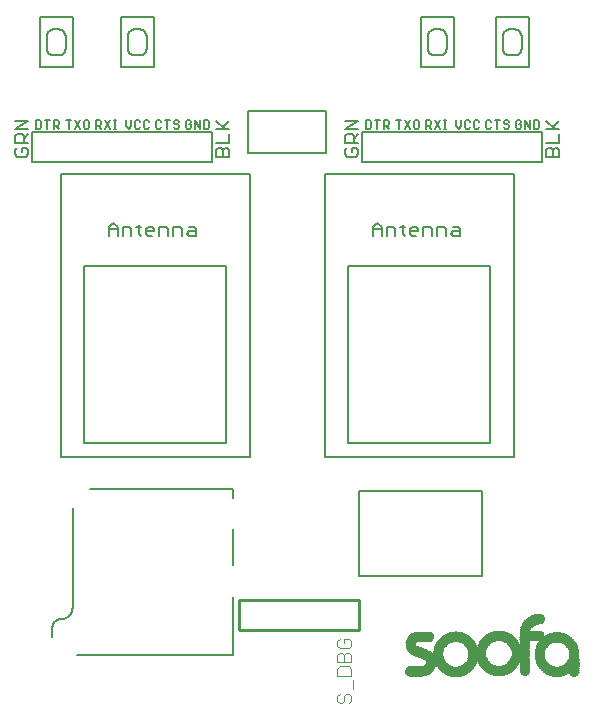
<source format=gto>
G75*
%MOIN*%
%OFA0B0*%
%FSLAX25Y25*%
%IPPOS*%
%LPD*%
%AMOC8*
5,1,8,0,0,1.08239X$1,22.5*
%
%ADD10R,0.00880X0.00040*%
%ADD11R,0.01760X0.00040*%
%ADD12R,0.00760X0.00040*%
%ADD13R,0.00400X0.00040*%
%ADD14R,0.02400X0.00040*%
%ADD15R,0.01720X0.00040*%
%ADD16R,0.00800X0.00040*%
%ADD17R,0.02800X0.00040*%
%ADD18R,0.02360X0.00040*%
%ADD19R,0.01120X0.00040*%
%ADD20R,0.03200X0.00040*%
%ADD21R,0.02800X0.00040*%
%ADD22R,0.01280X0.00040*%
%ADD23R,0.03560X0.00040*%
%ADD24R,0.03160X0.00040*%
%ADD25R,0.01520X0.00040*%
%ADD26R,0.04800X0.00040*%
%ADD27R,0.03840X0.00040*%
%ADD28R,0.03520X0.00040*%
%ADD29R,0.01640X0.00040*%
%ADD30R,0.05280X0.00040*%
%ADD31R,0.04160X0.00040*%
%ADD32R,0.05600X0.00040*%
%ADD33R,0.04400X0.00040*%
%ADD34R,0.04120X0.00040*%
%ADD35R,0.01920X0.00040*%
%ADD36R,0.05880X0.00040*%
%ADD37R,0.04680X0.00040*%
%ADD38R,0.02360X0.00040*%
%ADD39R,0.04400X0.00040*%
%ADD40R,0.02000X0.00040*%
%ADD41R,0.06120X0.00040*%
%ADD42R,0.04880X0.00040*%
%ADD43R,0.00600X0.00040*%
%ADD44R,0.04640X0.00040*%
%ADD45R,0.02080X0.00040*%
%ADD46R,0.06320X0.00040*%
%ADD47R,0.05120X0.00040*%
%ADD48R,0.03200X0.00040*%
%ADD49R,0.00920X0.00040*%
%ADD50R,0.02200X0.00040*%
%ADD51R,0.06520X0.00040*%
%ADD52R,0.05360X0.00040*%
%ADD53R,0.01160X0.00040*%
%ADD54R,0.05080X0.00040*%
%ADD55R,0.02280X0.00040*%
%ADD56R,0.06680X0.00040*%
%ADD57R,0.05520X0.00040*%
%ADD58R,0.01360X0.00040*%
%ADD59R,0.05320X0.00040*%
%ADD60R,0.06800X0.00040*%
%ADD61R,0.05760X0.00040*%
%ADD62R,0.04160X0.00040*%
%ADD63R,0.01560X0.00040*%
%ADD64R,0.05480X0.00040*%
%ADD65R,0.02440X0.00040*%
%ADD66R,0.07000X0.00040*%
%ADD67R,0.05920X0.00040*%
%ADD68R,0.01680X0.00040*%
%ADD69R,0.05720X0.00040*%
%ADD70R,0.02480X0.00040*%
%ADD71R,0.07120X0.00040*%
%ADD72R,0.01800X0.00040*%
%ADD73R,0.05880X0.00040*%
%ADD74R,0.02560X0.00040*%
%ADD75R,0.07240X0.00040*%
%ADD76R,0.01920X0.00040*%
%ADD77R,0.06040X0.00040*%
%ADD78R,0.02640X0.00040*%
%ADD79R,0.07360X0.00040*%
%ADD80R,0.06480X0.00040*%
%ADD81R,0.05120X0.00040*%
%ADD82R,0.02040X0.00040*%
%ADD83R,0.06240X0.00040*%
%ADD84R,0.02680X0.00040*%
%ADD85R,0.07480X0.00040*%
%ADD86R,0.06640X0.00040*%
%ADD87R,0.05360X0.00040*%
%ADD88R,0.02120X0.00040*%
%ADD89R,0.06440X0.00040*%
%ADD90R,0.02720X0.00040*%
%ADD91R,0.07560X0.00040*%
%ADD92R,0.06800X0.00040*%
%ADD93R,0.05520X0.00040*%
%ADD94R,0.06600X0.00040*%
%ADD95R,0.02760X0.00040*%
%ADD96R,0.07680X0.00040*%
%ADD97R,0.06960X0.00040*%
%ADD98R,0.05760X0.00040*%
%ADD99R,0.06720X0.00040*%
%ADD100R,0.02840X0.00040*%
%ADD101R,0.07800X0.00040*%
%ADD102R,0.07120X0.00040*%
%ADD103R,0.05920X0.00040*%
%ADD104R,0.06840X0.00040*%
%ADD105R,0.07880X0.00040*%
%ADD106R,0.06080X0.00040*%
%ADD107R,0.02440X0.00040*%
%ADD108R,0.02920X0.00040*%
%ADD109R,0.07960X0.00040*%
%ADD110R,0.07360X0.00040*%
%ADD111R,0.06320X0.00040*%
%ADD112R,0.02520X0.00040*%
%ADD113R,0.07160X0.00040*%
%ADD114R,0.02920X0.00040*%
%ADD115R,0.08040X0.00040*%
%ADD116R,0.07520X0.00040*%
%ADD117R,0.07320X0.00040*%
%ADD118R,0.02960X0.00040*%
%ADD119R,0.08120X0.00040*%
%ADD120R,0.06640X0.00040*%
%ADD121R,0.07480X0.00040*%
%ADD122R,0.03000X0.00040*%
%ADD123R,0.08200X0.00040*%
%ADD124R,0.07760X0.00040*%
%ADD125R,0.08280X0.00040*%
%ADD126R,0.07920X0.00040*%
%ADD127R,0.02720X0.00040*%
%ADD128R,0.07720X0.00040*%
%ADD129R,0.03080X0.00040*%
%ADD130R,0.08360X0.00040*%
%ADD131R,0.08080X0.00040*%
%ADD132R,0.07120X0.00040*%
%ADD133R,0.02760X0.00040*%
%ADD134R,0.07840X0.00040*%
%ADD135R,0.03080X0.00040*%
%ADD136R,0.08440X0.00040*%
%ADD137R,0.08160X0.00040*%
%ADD138R,0.07200X0.00040*%
%ADD139R,0.07960X0.00040*%
%ADD140R,0.08520X0.00040*%
%ADD141R,0.08320X0.00040*%
%ADD142R,0.08080X0.00040*%
%ADD143R,0.03120X0.00040*%
%ADD144R,0.08560X0.00040*%
%ADD145R,0.08400X0.00040*%
%ADD146R,0.07520X0.00040*%
%ADD147R,0.08600X0.00040*%
%ADD148R,0.11520X0.00040*%
%ADD149R,0.08720X0.00040*%
%ADD150R,0.08640X0.00040*%
%ADD151R,0.07760X0.00040*%
%ADD152R,0.02960X0.00040*%
%ADD153R,0.11560X0.00040*%
%ADD154R,0.08760X0.00040*%
%ADD155R,0.08720X0.00040*%
%ADD156R,0.07920X0.00040*%
%ADD157R,0.11640X0.00040*%
%ADD158R,0.08800X0.00040*%
%ADD159R,0.08880X0.00040*%
%ADD160R,0.08040X0.00040*%
%ADD161R,0.11680X0.00040*%
%ADD162R,0.08840X0.00040*%
%ADD163R,0.08960X0.00040*%
%ADD164R,0.03040X0.00040*%
%ADD165R,0.11720X0.00040*%
%ADD166R,0.08920X0.00040*%
%ADD167R,0.09040X0.00040*%
%ADD168R,0.08320X0.00040*%
%ADD169R,0.11840X0.00040*%
%ADD170R,0.08960X0.00040*%
%ADD171R,0.09200X0.00040*%
%ADD172R,0.08400X0.00040*%
%ADD173R,0.11880X0.00040*%
%ADD174R,0.09000X0.00040*%
%ADD175R,0.09280X0.00040*%
%ADD176R,0.08520X0.00040*%
%ADD177R,0.03120X0.00040*%
%ADD178R,0.11920X0.00040*%
%ADD179R,0.09040X0.00040*%
%ADD180R,0.09360X0.00040*%
%ADD181R,0.08640X0.00040*%
%ADD182R,0.11960X0.00040*%
%ADD183R,0.09080X0.00040*%
%ADD184R,0.09480X0.00040*%
%ADD185R,0.08720X0.00040*%
%ADD186R,0.12040X0.00040*%
%ADD187R,0.09120X0.00040*%
%ADD188R,0.09600X0.00040*%
%ADD189R,0.12080X0.00040*%
%ADD190R,0.09160X0.00040*%
%ADD191R,0.09680X0.00040*%
%ADD192R,0.03160X0.00040*%
%ADD193R,0.12120X0.00040*%
%ADD194R,0.09200X0.00040*%
%ADD195R,0.09760X0.00040*%
%ADD196R,0.12160X0.00040*%
%ADD197R,0.09240X0.00040*%
%ADD198R,0.09840X0.00040*%
%ADD199R,0.12200X0.00040*%
%ADD200R,0.09920X0.00040*%
%ADD201R,0.12280X0.00040*%
%ADD202R,0.10040X0.00040*%
%ADD203R,0.12320X0.00040*%
%ADD204R,0.09320X0.00040*%
%ADD205R,0.10160X0.00040*%
%ADD206R,0.09480X0.00040*%
%ADD207R,0.03240X0.00040*%
%ADD208R,0.12360X0.00040*%
%ADD209R,0.10240X0.00040*%
%ADD210R,0.03240X0.00040*%
%ADD211R,0.12400X0.00040*%
%ADD212R,0.09400X0.00040*%
%ADD213R,0.10320X0.00040*%
%ADD214R,0.09680X0.00040*%
%ADD215R,0.12440X0.00040*%
%ADD216R,0.10400X0.00040*%
%ADD217R,0.12480X0.00040*%
%ADD218R,0.09440X0.00040*%
%ADD219R,0.10480X0.00040*%
%ADD220R,0.12520X0.00040*%
%ADD221R,0.10560X0.00040*%
%ADD222R,0.09920X0.00040*%
%ADD223R,0.12560X0.00040*%
%ADD224R,0.10640X0.00040*%
%ADD225R,0.12600X0.00040*%
%ADD226R,0.10720X0.00040*%
%ADD227R,0.10160X0.00040*%
%ADD228R,0.12640X0.00040*%
%ADD229R,0.09520X0.00040*%
%ADD230R,0.10800X0.00040*%
%ADD231R,0.12680X0.00040*%
%ADD232R,0.09560X0.00040*%
%ADD233R,0.10880X0.00040*%
%ADD234R,0.10320X0.00040*%
%ADD235R,0.12720X0.00040*%
%ADD236R,0.09520X0.00040*%
%ADD237R,0.10960X0.00040*%
%ADD238R,0.10400X0.00040*%
%ADD239R,0.12760X0.00040*%
%ADD240R,0.11040X0.00040*%
%ADD241R,0.12800X0.00040*%
%ADD242R,0.11120X0.00040*%
%ADD243R,0.10560X0.00040*%
%ADD244R,0.12840X0.00040*%
%ADD245R,0.12880X0.00040*%
%ADD246R,0.11200X0.00040*%
%ADD247R,0.10720X0.00040*%
%ADD248R,0.12920X0.00040*%
%ADD249R,0.09560X0.00040*%
%ADD250R,0.11280X0.00040*%
%ADD251R,0.10800X0.00040*%
%ADD252R,0.12960X0.00040*%
%ADD253R,0.11360X0.00040*%
%ADD254R,0.12960X0.00040*%
%ADD255R,0.11440X0.00040*%
%ADD256R,0.10960X0.00040*%
%ADD257R,0.13000X0.00040*%
%ADD258R,0.11520X0.00040*%
%ADD259R,0.13040X0.00040*%
%ADD260R,0.11600X0.00040*%
%ADD261R,0.11080X0.00040*%
%ADD262R,0.13080X0.00040*%
%ADD263R,0.11600X0.00040*%
%ADD264R,0.11120X0.00040*%
%ADD265R,0.13120X0.00040*%
%ADD266R,0.13160X0.00040*%
%ADD267R,0.11760X0.00040*%
%ADD268R,0.11280X0.00040*%
%ADD269R,0.09520X0.00040*%
%ADD270R,0.13200X0.00040*%
%ADD271R,0.11920X0.00040*%
%ADD272R,0.13240X0.00040*%
%ADD273R,0.11920X0.00040*%
%ADD274R,0.11520X0.00040*%
%ADD275R,0.13280X0.00040*%
%ADD276R,0.12000X0.00040*%
%ADD277R,0.13280X0.00040*%
%ADD278R,0.09440X0.00040*%
%ADD279R,0.13320X0.00040*%
%ADD280R,0.13360X0.00040*%
%ADD281R,0.13400X0.00040*%
%ADD282R,0.09320X0.00040*%
%ADD283R,0.12240X0.00040*%
%ADD284R,0.11840X0.00040*%
%ADD285R,0.13400X0.00040*%
%ADD286R,0.12320X0.00040*%
%ADD287R,0.13440X0.00040*%
%ADD288R,0.05640X0.00040*%
%ADD289R,0.13480X0.00040*%
%ADD290R,0.05400X0.00040*%
%ADD291R,0.06880X0.00040*%
%ADD292R,0.05240X0.00040*%
%ADD293R,0.08920X0.00040*%
%ADD294R,0.05120X0.00040*%
%ADD295R,0.05120X0.00040*%
%ADD296R,0.12160X0.00040*%
%ADD297R,0.05240X0.00040*%
%ADD298R,0.06440X0.00040*%
%ADD299R,0.05000X0.00040*%
%ADD300R,0.06280X0.00040*%
%ADD301R,0.04320X0.00040*%
%ADD302R,0.04920X0.00040*%
%ADD303R,0.04920X0.00040*%
%ADD304R,0.12240X0.00040*%
%ADD305R,0.06160X0.00040*%
%ADD306R,0.04840X0.00040*%
%ADD307R,0.06040X0.00040*%
%ADD308R,0.04000X0.00040*%
%ADD309R,0.04760X0.00040*%
%ADD310R,0.03920X0.00040*%
%ADD311R,0.04720X0.00040*%
%ADD312R,0.04720X0.00040*%
%ADD313R,0.05400X0.00040*%
%ADD314R,0.05840X0.00040*%
%ADD315R,0.04600X0.00040*%
%ADD316R,0.04680X0.00040*%
%ADD317R,0.05720X0.00040*%
%ADD318R,0.03760X0.00040*%
%ADD319R,0.04560X0.00040*%
%ADD320R,0.03680X0.00040*%
%ADD321R,0.04480X0.00040*%
%ADD322R,0.04520X0.00040*%
%ADD323R,0.05560X0.00040*%
%ADD324R,0.04440X0.00040*%
%ADD325R,0.04440X0.00040*%
%ADD326R,0.05480X0.00040*%
%ADD327R,0.03600X0.00040*%
%ADD328R,0.04440X0.00040*%
%ADD329R,0.04840X0.00040*%
%ADD330R,0.04440X0.00040*%
%ADD331R,0.04360X0.00040*%
%ADD332R,0.04720X0.00040*%
%ADD333R,0.04720X0.00040*%
%ADD334R,0.03480X0.00040*%
%ADD335R,0.04280X0.00040*%
%ADD336R,0.05200X0.00040*%
%ADD337R,0.04240X0.00040*%
%ADD338R,0.05160X0.00040*%
%ADD339R,0.07680X0.00040*%
%ADD340R,0.04200X0.00040*%
%ADD341R,0.04480X0.00040*%
%ADD342R,0.04520X0.00040*%
%ADD343R,0.04240X0.00040*%
%ADD344R,0.05080X0.00040*%
%ADD345R,0.05040X0.00040*%
%ADD346R,0.04960X0.00040*%
%ADD347R,0.07440X0.00040*%
%ADD348R,0.04080X0.00040*%
%ADD349R,0.04320X0.00040*%
%ADD350R,0.07280X0.00040*%
%ADD351R,0.04040X0.00040*%
%ADD352R,0.04280X0.00040*%
%ADD353R,0.04040X0.00040*%
%ADD354R,0.04800X0.00040*%
%ADD355R,0.04040X0.00040*%
%ADD356R,0.04240X0.00040*%
%ADD357R,0.04040X0.00040*%
%ADD358R,0.07160X0.00040*%
%ADD359R,0.04200X0.00040*%
%ADD360R,0.03960X0.00040*%
%ADD361R,0.07080X0.00040*%
%ADD362R,0.03920X0.00040*%
%ADD363R,0.06960X0.00040*%
%ADD364R,0.03880X0.00040*%
%ADD365R,0.04120X0.00040*%
%ADD366R,0.04600X0.00040*%
%ADD367R,0.06920X0.00040*%
%ADD368R,0.03880X0.00040*%
%ADD369R,0.06840X0.00040*%
%ADD370R,0.06760X0.00040*%
%ADD371R,0.03800X0.00040*%
%ADD372R,0.06720X0.00040*%
%ADD373R,0.03800X0.00040*%
%ADD374R,0.03920X0.00040*%
%ADD375R,0.03720X0.00040*%
%ADD376R,0.03720X0.00040*%
%ADD377R,0.03840X0.00040*%
%ADD378R,0.06560X0.00040*%
%ADD379R,0.03720X0.00040*%
%ADD380R,0.03840X0.00040*%
%ADD381R,0.03640X0.00040*%
%ADD382R,0.06440X0.00040*%
%ADD383R,0.04120X0.00040*%
%ADD384R,0.03600X0.00040*%
%ADD385R,0.06400X0.00040*%
%ADD386R,0.03640X0.00040*%
%ADD387R,0.03760X0.00040*%
%ADD388R,0.03720X0.00040*%
%ADD389R,0.06360X0.00040*%
%ADD390R,0.06320X0.00040*%
%ADD391R,0.03520X0.00040*%
%ADD392R,0.03640X0.00040*%
%ADD393R,0.06840X0.00040*%
%ADD394R,0.03520X0.00040*%
%ADD395R,0.03640X0.00040*%
%ADD396R,0.03520X0.00040*%
%ADD397R,0.06720X0.00040*%
%ADD398R,0.06280X0.00040*%
%ADD399R,0.03480X0.00040*%
%ADD400R,0.03560X0.00040*%
%ADD401R,0.06720X0.00040*%
%ADD402R,0.03440X0.00040*%
%ADD403R,0.06920X0.00040*%
%ADD404R,0.06360X0.00040*%
%ADD405R,0.06920X0.00040*%
%ADD406R,0.03400X0.00040*%
%ADD407R,0.03680X0.00040*%
%ADD408R,0.06560X0.00040*%
%ADD409R,0.03400X0.00040*%
%ADD410R,0.06440X0.00040*%
%ADD411R,0.06520X0.00040*%
%ADD412R,0.06680X0.00040*%
%ADD413R,0.06480X0.00040*%
%ADD414R,0.03360X0.00040*%
%ADD415R,0.06640X0.00040*%
%ADD416R,0.03360X0.00040*%
%ADD417R,0.06400X0.00040*%
%ADD418R,0.03320X0.00040*%
%ADD419R,0.07040X0.00040*%
%ADD420R,0.03320X0.00040*%
%ADD421R,0.07280X0.00040*%
%ADD422R,0.07400X0.00040*%
%ADD423R,0.07440X0.00040*%
%ADD424R,0.03280X0.00040*%
%ADD425R,0.03440X0.00040*%
%ADD426R,0.07640X0.00040*%
%ADD427R,0.07720X0.00040*%
%ADD428R,0.06240X0.00040*%
%ADD429R,0.03280X0.00040*%
%ADD430R,0.06200X0.00040*%
%ADD431R,0.07920X0.00040*%
%ADD432R,0.06200X0.00040*%
%ADD433R,0.08000X0.00040*%
%ADD434R,0.08240X0.00040*%
%ADD435R,0.06120X0.00040*%
%ADD436R,0.06120X0.00040*%
%ADD437R,0.03320X0.00040*%
%ADD438R,0.06120X0.00040*%
%ADD439R,0.03320X0.00040*%
%ADD440R,0.06000X0.00040*%
%ADD441R,0.08800X0.00040*%
%ADD442R,0.06000X0.00040*%
%ADD443R,0.06080X0.00040*%
%ADD444R,0.05960X0.00040*%
%ADD445R,0.09160X0.00040*%
%ADD446R,0.09280X0.00040*%
%ADD447R,0.05920X0.00040*%
%ADD448R,0.06040X0.00040*%
%ADD449R,0.09640X0.00040*%
%ADD450R,0.09760X0.00040*%
%ADD451R,0.09800X0.00040*%
%ADD452R,0.05840X0.00040*%
%ADD453R,0.09920X0.00040*%
%ADD454R,0.10000X0.00040*%
%ADD455R,0.10080X0.00040*%
%ADD456R,0.05800X0.00040*%
%ADD457R,0.07200X0.00040*%
%ADD458R,0.05800X0.00040*%
%ADD459R,0.05960X0.00040*%
%ADD460R,0.07240X0.00040*%
%ADD461R,0.03240X0.00040*%
%ADD462R,0.07320X0.00040*%
%ADD463R,0.07320X0.00040*%
%ADD464R,0.03240X0.00040*%
%ADD465R,0.05920X0.00040*%
%ADD466R,0.07000X0.00040*%
%ADD467R,0.06040X0.00040*%
%ADD468R,0.06160X0.00040*%
%ADD469R,0.06320X0.00040*%
%ADD470R,0.03440X0.00040*%
%ADD471R,0.05560X0.00040*%
%ADD472R,0.06600X0.00040*%
%ADD473R,0.05320X0.00040*%
%ADD474R,0.05160X0.00040*%
%ADD475R,0.04520X0.00040*%
%ADD476R,0.06880X0.00040*%
%ADD477R,0.03920X0.00040*%
%ADD478R,0.04000X0.00040*%
%ADD479R,0.03840X0.00040*%
%ADD480R,0.03960X0.00040*%
%ADD481R,0.04360X0.00040*%
%ADD482R,0.04640X0.00040*%
%ADD483R,0.05040X0.00040*%
%ADD484R,0.05040X0.00040*%
%ADD485R,0.12120X0.00040*%
%ADD486R,0.12120X0.00040*%
%ADD487R,0.04640X0.00040*%
%ADD488R,0.12040X0.00040*%
%ADD489R,0.11880X0.00040*%
%ADD490R,0.08160X0.00040*%
%ADD491R,0.11800X0.00040*%
%ADD492R,0.11720X0.00040*%
%ADD493R,0.08480X0.00040*%
%ADD494R,0.11640X0.00040*%
%ADD495R,0.08560X0.00040*%
%ADD496R,0.12000X0.00040*%
%ADD497R,0.05680X0.00040*%
%ADD498R,0.18120X0.00040*%
%ADD499R,0.08680X0.00040*%
%ADD500R,0.18080X0.00040*%
%ADD501R,0.18040X0.00040*%
%ADD502R,0.11680X0.00040*%
%ADD503R,0.12080X0.00040*%
%ADD504R,0.18000X0.00040*%
%ADD505R,0.08840X0.00040*%
%ADD506R,0.17960X0.00040*%
%ADD507R,0.17920X0.00040*%
%ADD508R,0.11480X0.00040*%
%ADD509R,0.17880X0.00040*%
%ADD510R,0.17840X0.00040*%
%ADD511R,0.08880X0.00040*%
%ADD512R,0.11360X0.00040*%
%ADD513R,0.17800X0.00040*%
%ADD514R,0.08920X0.00040*%
%ADD515R,0.17760X0.00040*%
%ADD516R,0.17720X0.00040*%
%ADD517R,0.17680X0.00040*%
%ADD518R,0.17640X0.00040*%
%ADD519R,0.11480X0.00040*%
%ADD520R,0.17600X0.00040*%
%ADD521R,0.17560X0.00040*%
%ADD522R,0.17520X0.00040*%
%ADD523R,0.17480X0.00040*%
%ADD524R,0.17440X0.00040*%
%ADD525R,0.10640X0.00040*%
%ADD526R,0.17400X0.00040*%
%ADD527R,0.17360X0.00040*%
%ADD528R,0.17320X0.00040*%
%ADD529R,0.17280X0.00040*%
%ADD530R,0.17240X0.00040*%
%ADD531R,0.10760X0.00040*%
%ADD532R,0.17200X0.00040*%
%ADD533R,0.17160X0.00040*%
%ADD534R,0.17080X0.00040*%
%ADD535R,0.17040X0.00040*%
%ADD536R,0.10440X0.00040*%
%ADD537R,0.17000X0.00040*%
%ADD538R,0.08720X0.00040*%
%ADD539R,0.10320X0.00040*%
%ADD540R,0.16960X0.00040*%
%ADD541R,0.16880X0.00040*%
%ADD542R,0.08640X0.00040*%
%ADD543R,0.16840X0.00040*%
%ADD544R,0.16800X0.00040*%
%ADD545R,0.16720X0.00040*%
%ADD546R,0.16680X0.00040*%
%ADD547R,0.16640X0.00040*%
%ADD548R,0.16560X0.00040*%
%ADD549R,0.08440X0.00040*%
%ADD550R,0.16520X0.00040*%
%ADD551R,0.16440X0.00040*%
%ADD552R,0.09440X0.00040*%
%ADD553R,0.08320X0.00040*%
%ADD554R,0.08040X0.00040*%
%ADD555R,0.09120X0.00040*%
%ADD556R,0.07640X0.00040*%
%ADD557R,0.07400X0.00040*%
%ADD558R,0.07600X0.00040*%
%ADD559R,0.07800X0.00040*%
%ADD560R,0.08280X0.00040*%
%ADD561R,0.07040X0.00040*%
%ADD562R,0.08200X0.00040*%
%ADD563R,0.06920X0.00040*%
%ADD564R,0.08120X0.00040*%
%ADD565R,0.08120X0.00040*%
%ADD566R,0.04880X0.00040*%
%ADD567R,0.06240X0.00040*%
%ADD568R,0.08000X0.00040*%
%ADD569R,0.02520X0.00040*%
%ADD570R,0.02040X0.00040*%
%ADD571R,0.01240X0.00040*%
%ADD572R,0.05280X0.00040*%
%ADD573R,0.02720X0.00040*%
%ADD574R,0.02240X0.00040*%
%ADD575R,0.01600X0.00040*%
%ADD576R,0.00560X0.00040*%
%ADD577R,0.04080X0.00040*%
%ADD578R,0.07520X0.00040*%
%ADD579R,0.02240X0.00040*%
%ADD580R,0.00560X0.00040*%
%ADD581R,0.05440X0.00040*%
%ADD582R,0.06240X0.00040*%
%ADD583R,0.05840X0.00040*%
%ADD584R,0.05440X0.00040*%
%ADD585R,0.04760X0.00040*%
%ADD586R,0.02320X0.00040*%
%ADD587R,0.01720X0.00040*%
%ADD588C,0.00500*%
%ADD589C,0.00800*%
%ADD590C,0.00600*%
%ADD591C,0.01000*%
%ADD592C,0.00400*%
D10*
X0161887Y0013320D03*
D11*
X0161887Y0013360D03*
X0176247Y0013640D03*
X0201367Y0013600D03*
D12*
X0195627Y0013360D03*
D13*
X0201367Y0013360D03*
D14*
X0161887Y0013400D03*
D15*
X0195627Y0013400D03*
D16*
X0201367Y0013400D03*
X0176247Y0013600D03*
D17*
X0176247Y0013720D03*
X0161887Y0013440D03*
D18*
X0184867Y0014200D03*
X0195627Y0013440D03*
X0201387Y0013840D03*
D19*
X0201367Y0013440D03*
D20*
X0161887Y0013480D03*
X0156007Y0020880D03*
X0156007Y0021080D03*
D21*
X0195647Y0013480D03*
D22*
X0201367Y0013480D03*
X0189567Y0034080D03*
D23*
X0185307Y0029520D03*
X0185267Y0029440D03*
X0190427Y0023040D03*
X0190387Y0023000D03*
X0190387Y0022960D03*
X0190347Y0018520D03*
X0190387Y0018440D03*
X0190427Y0018360D03*
X0201227Y0019120D03*
X0201227Y0019160D03*
X0201227Y0019200D03*
X0200867Y0022920D03*
X0200867Y0022960D03*
X0170907Y0023400D03*
X0170867Y0023320D03*
X0167227Y0023160D03*
X0167187Y0023200D03*
X0167267Y0018520D03*
X0167227Y0018440D03*
X0167187Y0018360D03*
X0170907Y0018720D03*
X0170947Y0018640D03*
X0161907Y0013520D03*
X0153427Y0017120D03*
X0156507Y0023040D03*
X0156547Y0023120D03*
X0156587Y0023200D03*
D24*
X0184867Y0015120D03*
X0184867Y0015040D03*
X0184867Y0015000D03*
X0195627Y0013520D03*
X0201387Y0014600D03*
X0189267Y0033800D03*
D25*
X0201367Y0013520D03*
D26*
X0191767Y0016840D03*
X0180207Y0025040D03*
X0186447Y0030760D03*
X0172287Y0025040D03*
X0165847Y0024760D03*
X0157927Y0024760D03*
X0165807Y0016800D03*
X0148727Y0013560D03*
X0147807Y0023040D03*
D27*
X0147207Y0024960D03*
X0153247Y0016920D03*
X0156967Y0023800D03*
X0166807Y0023800D03*
X0166847Y0023760D03*
X0166847Y0017800D03*
X0166807Y0017760D03*
X0161887Y0013560D03*
X0171287Y0024040D03*
X0181207Y0024040D03*
X0181167Y0018040D03*
X0176247Y0013840D03*
X0190767Y0017800D03*
X0190767Y0023600D03*
X0185607Y0030000D03*
X0185647Y0030040D03*
X0200487Y0023600D03*
X0201087Y0018600D03*
X0195647Y0013600D03*
D28*
X0195647Y0013560D03*
X0201247Y0019240D03*
X0185247Y0029360D03*
X0185247Y0029400D03*
X0176247Y0013800D03*
X0170807Y0023200D03*
X0156447Y0022920D03*
X0153447Y0017160D03*
X0147007Y0023640D03*
X0147007Y0024800D03*
D29*
X0201387Y0013560D03*
D30*
X0200367Y0017160D03*
X0199127Y0024760D03*
X0188727Y0033000D03*
X0179847Y0016920D03*
X0172647Y0016920D03*
X0161887Y0027800D03*
X0158287Y0016640D03*
X0148767Y0013600D03*
D31*
X0157327Y0024240D03*
X0166447Y0017320D03*
X0161887Y0013600D03*
X0171687Y0017600D03*
X0171687Y0024520D03*
X0180807Y0017600D03*
X0191127Y0017360D03*
X0191167Y0017320D03*
X0200127Y0024040D03*
X0200927Y0018160D03*
X0200927Y0018120D03*
D32*
X0192327Y0016600D03*
X0188607Y0032800D03*
X0165247Y0016560D03*
X0148807Y0013640D03*
D33*
X0147527Y0023240D03*
X0157607Y0024520D03*
X0166167Y0024520D03*
X0171927Y0024760D03*
X0171967Y0024800D03*
X0176247Y0028240D03*
X0180527Y0024800D03*
X0180567Y0024760D03*
X0186127Y0030560D03*
X0191407Y0024320D03*
X0199847Y0024320D03*
X0176247Y0013920D03*
X0161887Y0013640D03*
D34*
X0166467Y0017360D03*
X0166467Y0024240D03*
X0171667Y0017640D03*
X0180827Y0017640D03*
X0180827Y0024520D03*
X0189067Y0033520D03*
X0195627Y0013640D03*
X0157267Y0024200D03*
X0153067Y0016800D03*
D35*
X0201367Y0013640D03*
D36*
X0148867Y0013680D03*
D37*
X0161907Y0013680D03*
X0195627Y0027680D03*
D38*
X0176267Y0013680D03*
D39*
X0166207Y0024480D03*
X0157567Y0024480D03*
X0195647Y0013680D03*
X0200807Y0017880D03*
X0199887Y0024280D03*
D40*
X0201367Y0013680D03*
D41*
X0169107Y0019760D03*
X0169107Y0019800D03*
X0169107Y0019840D03*
X0161907Y0013960D03*
X0148907Y0013720D03*
X0148707Y0022400D03*
D42*
X0147847Y0023000D03*
X0161887Y0013720D03*
X0176247Y0014000D03*
X0176247Y0028160D03*
X0188847Y0033200D03*
X0199447Y0024600D03*
X0200567Y0017440D03*
X0195647Y0013760D03*
D43*
X0184867Y0013720D03*
D44*
X0176247Y0013960D03*
X0172167Y0024960D03*
X0176247Y0028200D03*
X0161887Y0027920D03*
X0147687Y0023120D03*
X0195647Y0013720D03*
X0200687Y0017640D03*
D45*
X0201367Y0013720D03*
D46*
X0187367Y0031040D03*
X0183327Y0022760D03*
X0183327Y0022720D03*
X0183327Y0019400D03*
X0183327Y0019360D03*
X0169127Y0019520D03*
X0161887Y0014000D03*
X0155167Y0018440D03*
X0155127Y0018520D03*
X0155087Y0018600D03*
X0154967Y0018800D03*
X0154927Y0018840D03*
X0148927Y0013760D03*
D47*
X0161887Y0013760D03*
X0172567Y0016960D03*
X0179927Y0016960D03*
D48*
X0176247Y0013760D03*
X0184847Y0015160D03*
X0184847Y0015200D03*
X0184847Y0015240D03*
X0189887Y0020200D03*
X0189887Y0021160D03*
X0189887Y0021200D03*
X0156007Y0021040D03*
X0156007Y0021000D03*
X0156007Y0020960D03*
X0156007Y0020920D03*
X0156007Y0020840D03*
X0156007Y0020800D03*
D49*
X0184867Y0013760D03*
D50*
X0184867Y0014120D03*
X0201387Y0013760D03*
D51*
X0188107Y0031920D03*
X0155307Y0018120D03*
X0148947Y0013800D03*
D52*
X0161887Y0013800D03*
X0188727Y0032960D03*
X0192167Y0016640D03*
X0200327Y0017120D03*
D53*
X0184867Y0013800D03*
D54*
X0191987Y0016720D03*
X0195627Y0013800D03*
D55*
X0201387Y0013800D03*
X0184867Y0014160D03*
D56*
X0183147Y0018720D03*
X0183147Y0023400D03*
X0183147Y0023440D03*
X0168987Y0022760D03*
X0155387Y0017920D03*
X0149147Y0022120D03*
X0150827Y0027760D03*
X0148987Y0013840D03*
D57*
X0161887Y0013840D03*
X0161887Y0027760D03*
D58*
X0184847Y0013840D03*
D59*
X0195627Y0013840D03*
X0179827Y0025240D03*
X0172667Y0025240D03*
X0165467Y0024960D03*
D60*
X0169007Y0022880D03*
X0149007Y0013880D03*
D61*
X0161887Y0013880D03*
D62*
X0176247Y0013880D03*
X0191167Y0024080D03*
X0200087Y0024080D03*
D63*
X0184867Y0013880D03*
D64*
X0195627Y0013880D03*
X0179707Y0025280D03*
X0172787Y0025280D03*
X0188667Y0032880D03*
D65*
X0201387Y0013880D03*
D66*
X0195627Y0014240D03*
X0182987Y0018320D03*
X0182987Y0023840D03*
X0168987Y0023040D03*
X0169147Y0018800D03*
X0169147Y0018760D03*
X0155507Y0017640D03*
X0149027Y0013920D03*
D67*
X0161887Y0013920D03*
X0169087Y0020240D03*
X0169087Y0020320D03*
X0169087Y0020360D03*
X0169087Y0020400D03*
X0188487Y0032560D03*
D68*
X0176247Y0028520D03*
X0184847Y0013920D03*
D69*
X0195627Y0013920D03*
X0165187Y0025040D03*
X0158587Y0025040D03*
X0148427Y0022600D03*
D70*
X0201367Y0013920D03*
D71*
X0149047Y0013960D03*
X0149607Y0021800D03*
D72*
X0184867Y0013960D03*
D73*
X0195627Y0013960D03*
X0188507Y0032600D03*
X0169067Y0021440D03*
X0169067Y0021400D03*
X0169067Y0021360D03*
X0169067Y0020440D03*
X0148547Y0022520D03*
D74*
X0184847Y0014320D03*
X0201367Y0013960D03*
X0189367Y0033920D03*
D75*
X0161907Y0014240D03*
X0155547Y0017520D03*
X0150587Y0020960D03*
X0149067Y0014000D03*
D76*
X0184847Y0014000D03*
D77*
X0195627Y0014000D03*
X0169027Y0021840D03*
X0169027Y0021920D03*
D78*
X0184847Y0014360D03*
X0201367Y0014000D03*
D79*
X0186967Y0028360D03*
X0176247Y0027600D03*
X0176247Y0014560D03*
X0161887Y0027320D03*
X0155567Y0017440D03*
X0150167Y0021320D03*
X0150127Y0021360D03*
X0150087Y0021400D03*
X0149087Y0014040D03*
D80*
X0155287Y0018160D03*
X0154767Y0019000D03*
X0161887Y0014040D03*
X0169127Y0019320D03*
X0169007Y0022520D03*
X0169007Y0022560D03*
X0176247Y0014320D03*
X0183247Y0019040D03*
X0187527Y0031160D03*
X0187567Y0031200D03*
X0188127Y0031960D03*
D81*
X0186647Y0030840D03*
X0176247Y0028120D03*
X0176247Y0014040D03*
D82*
X0184867Y0014040D03*
X0189467Y0034000D03*
D83*
X0183367Y0022600D03*
X0183367Y0022560D03*
X0183367Y0022520D03*
X0183367Y0019600D03*
X0183367Y0019560D03*
X0195647Y0014040D03*
X0169007Y0022240D03*
X0161887Y0027600D03*
D84*
X0184867Y0014400D03*
X0201387Y0014040D03*
D85*
X0161907Y0027280D03*
X0149107Y0014080D03*
D86*
X0154647Y0019080D03*
X0161887Y0014080D03*
D87*
X0176247Y0014080D03*
D88*
X0184867Y0014080D03*
D89*
X0195627Y0014080D03*
D90*
X0201367Y0014080D03*
D91*
X0195627Y0014400D03*
X0155627Y0017320D03*
X0154027Y0019520D03*
X0149147Y0014120D03*
D92*
X0155447Y0017800D03*
X0154527Y0019160D03*
X0161887Y0014120D03*
X0169127Y0018960D03*
X0176247Y0014400D03*
X0183087Y0018560D03*
X0183087Y0023560D03*
X0183087Y0023600D03*
X0150807Y0027720D03*
D93*
X0176247Y0028040D03*
X0176247Y0014120D03*
X0192247Y0024800D03*
X0199007Y0024800D03*
D94*
X0195627Y0014120D03*
X0183187Y0018840D03*
X0187707Y0031360D03*
X0187747Y0031400D03*
X0187787Y0031440D03*
X0187827Y0031520D03*
X0187867Y0031560D03*
X0187907Y0031600D03*
X0169147Y0019160D03*
X0155347Y0018040D03*
X0155347Y0018000D03*
D95*
X0201387Y0014120D03*
D96*
X0187127Y0028160D03*
X0176247Y0014640D03*
X0161887Y0014360D03*
X0149167Y0014160D03*
X0150647Y0027360D03*
D97*
X0149447Y0021920D03*
X0154447Y0019240D03*
X0161887Y0014160D03*
X0176247Y0014440D03*
X0183007Y0018360D03*
X0183007Y0023800D03*
D98*
X0188567Y0032720D03*
X0176247Y0014160D03*
D99*
X0169007Y0022800D03*
X0176247Y0027760D03*
X0195647Y0014160D03*
X0154607Y0019120D03*
D100*
X0184867Y0014560D03*
X0184867Y0014520D03*
X0201387Y0014200D03*
X0201387Y0014160D03*
D101*
X0195627Y0026960D03*
X0153867Y0019640D03*
X0149187Y0014200D03*
D102*
X0154327Y0019320D03*
X0150767Y0020800D03*
X0161887Y0014200D03*
D103*
X0169047Y0021520D03*
X0169047Y0021560D03*
X0169047Y0021600D03*
X0169047Y0021640D03*
X0176247Y0027960D03*
X0176247Y0014200D03*
X0200047Y0016840D03*
D104*
X0195627Y0014200D03*
D105*
X0195627Y0026920D03*
X0187187Y0028040D03*
X0161907Y0027160D03*
X0150587Y0027240D03*
X0149187Y0014240D03*
D106*
X0161887Y0027640D03*
X0169047Y0021960D03*
X0176247Y0027920D03*
X0183447Y0022040D03*
X0183447Y0022000D03*
X0183447Y0021960D03*
X0183447Y0020160D03*
X0183447Y0020120D03*
X0183447Y0020040D03*
X0176247Y0014240D03*
X0188407Y0032440D03*
D107*
X0184867Y0014240D03*
D108*
X0184867Y0014600D03*
X0184867Y0014640D03*
X0195627Y0027920D03*
X0201387Y0014240D03*
D109*
X0149227Y0014280D03*
D110*
X0161887Y0014280D03*
D111*
X0176247Y0014280D03*
D112*
X0184867Y0014280D03*
D113*
X0195627Y0014280D03*
D114*
X0201387Y0014280D03*
D115*
X0149227Y0014320D03*
D116*
X0161887Y0014320D03*
D117*
X0150387Y0021120D03*
X0150267Y0021240D03*
X0150027Y0021440D03*
X0195627Y0014320D03*
D118*
X0201367Y0014320D03*
X0189287Y0033840D03*
D119*
X0149267Y0014360D03*
D120*
X0155367Y0017960D03*
X0169007Y0022720D03*
X0176247Y0014360D03*
X0183167Y0018760D03*
X0183167Y0018800D03*
X0183167Y0023320D03*
X0183167Y0023360D03*
X0186647Y0028520D03*
X0199687Y0016640D03*
D121*
X0195627Y0014360D03*
X0195627Y0027040D03*
X0150667Y0027440D03*
D122*
X0184867Y0014760D03*
X0184867Y0014720D03*
X0201387Y0014400D03*
X0201387Y0014360D03*
D123*
X0195627Y0014600D03*
X0187347Y0027520D03*
X0187347Y0027560D03*
X0150507Y0027040D03*
X0149267Y0014400D03*
D124*
X0161887Y0014400D03*
X0161887Y0027200D03*
X0187167Y0028120D03*
D125*
X0187387Y0027320D03*
X0187387Y0027240D03*
X0187387Y0027200D03*
X0187387Y0027160D03*
X0187387Y0027120D03*
X0150467Y0026960D03*
X0149467Y0025120D03*
X0149307Y0014440D03*
D126*
X0161887Y0014440D03*
X0150567Y0027200D03*
D127*
X0176247Y0028440D03*
X0184847Y0014440D03*
D128*
X0195627Y0014440D03*
X0150627Y0027320D03*
D129*
X0184867Y0014840D03*
X0201387Y0014520D03*
X0201387Y0014440D03*
D130*
X0153547Y0019880D03*
X0150427Y0026880D03*
X0149307Y0014480D03*
D131*
X0161887Y0014480D03*
X0150527Y0027080D03*
D132*
X0176247Y0014480D03*
D133*
X0184867Y0014480D03*
X0189347Y0033880D03*
D134*
X0187167Y0028080D03*
X0195607Y0014480D03*
D135*
X0201387Y0014480D03*
X0184867Y0014880D03*
D136*
X0149347Y0014520D03*
D137*
X0153647Y0019800D03*
X0161887Y0014520D03*
X0176247Y0014800D03*
X0176247Y0027360D03*
X0187327Y0027600D03*
X0187327Y0027640D03*
D138*
X0176247Y0027640D03*
X0176247Y0014520D03*
X0161887Y0027360D03*
X0154247Y0019360D03*
D139*
X0149267Y0025040D03*
X0187227Y0027920D03*
X0187227Y0027960D03*
X0195627Y0014520D03*
D140*
X0149347Y0014560D03*
D141*
X0161887Y0014560D03*
D142*
X0187287Y0027760D03*
X0195607Y0014560D03*
D143*
X0201367Y0014560D03*
X0161887Y0028120D03*
D144*
X0149607Y0025240D03*
X0149367Y0014600D03*
X0161887Y0014640D03*
D145*
X0161887Y0014600D03*
X0153487Y0019920D03*
X0149527Y0025160D03*
X0150447Y0026840D03*
X0161887Y0027000D03*
D146*
X0155607Y0017360D03*
X0176247Y0014600D03*
X0176247Y0027560D03*
D147*
X0153387Y0020000D03*
X0150347Y0026640D03*
X0149387Y0014640D03*
D148*
X0176247Y0025840D03*
X0197207Y0014640D03*
D149*
X0149407Y0014680D03*
D150*
X0161887Y0014680D03*
D151*
X0176247Y0014680D03*
X0176247Y0027480D03*
D152*
X0184847Y0014680D03*
D153*
X0195627Y0025280D03*
X0197187Y0014680D03*
D154*
X0150267Y0026400D03*
X0150267Y0026440D03*
X0149787Y0025440D03*
X0149747Y0025400D03*
X0149427Y0014720D03*
D155*
X0150727Y0016720D03*
X0153327Y0020040D03*
X0161887Y0014720D03*
D156*
X0176247Y0014720D03*
X0176247Y0027440D03*
X0187207Y0028000D03*
D157*
X0197147Y0014720D03*
D158*
X0176247Y0027120D03*
X0161887Y0026840D03*
X0150247Y0026360D03*
X0149447Y0014760D03*
D159*
X0149887Y0025600D03*
X0149967Y0025760D03*
X0150087Y0026000D03*
X0150127Y0026120D03*
X0150167Y0026160D03*
X0150167Y0026200D03*
X0161887Y0014760D03*
X0176247Y0015040D03*
D160*
X0176267Y0014760D03*
X0187267Y0027800D03*
X0187267Y0027840D03*
X0153707Y0019760D03*
X0150547Y0027120D03*
D161*
X0161887Y0016120D03*
X0176247Y0016400D03*
X0176247Y0025760D03*
X0197127Y0014760D03*
D162*
X0150187Y0026240D03*
X0149907Y0025640D03*
X0149867Y0025560D03*
X0149467Y0014800D03*
D163*
X0153167Y0020160D03*
X0161887Y0014800D03*
X0161887Y0026800D03*
D164*
X0184847Y0014800D03*
D165*
X0197107Y0014800D03*
D166*
X0153227Y0020120D03*
X0149467Y0014840D03*
X0149987Y0025800D03*
X0150027Y0025840D03*
X0150067Y0025920D03*
X0150067Y0025960D03*
D167*
X0150567Y0016640D03*
X0161887Y0014840D03*
X0161887Y0026760D03*
X0176247Y0027040D03*
X0176247Y0015120D03*
D168*
X0176247Y0014840D03*
X0187407Y0026920D03*
X0187407Y0026960D03*
X0187407Y0027000D03*
X0187407Y0027040D03*
X0150447Y0026920D03*
D169*
X0161887Y0025400D03*
X0161887Y0025360D03*
X0161887Y0016200D03*
X0176247Y0025640D03*
X0197087Y0014840D03*
D170*
X0176247Y0015080D03*
X0176247Y0027080D03*
X0149487Y0014880D03*
D171*
X0161887Y0014880D03*
D172*
X0176247Y0014880D03*
X0176247Y0027280D03*
D173*
X0195627Y0025080D03*
X0197067Y0014880D03*
D174*
X0149507Y0014920D03*
D175*
X0149647Y0015240D03*
X0150407Y0016520D03*
X0161887Y0014920D03*
X0176247Y0015200D03*
X0176247Y0026960D03*
D176*
X0176267Y0014920D03*
X0153427Y0019960D03*
X0150387Y0026720D03*
D177*
X0176247Y0028400D03*
X0184847Y0014960D03*
X0184847Y0014920D03*
D178*
X0176247Y0016520D03*
X0176247Y0016560D03*
X0176247Y0025600D03*
X0197047Y0014920D03*
D179*
X0149527Y0014960D03*
D180*
X0149687Y0015320D03*
X0150327Y0016440D03*
X0152967Y0020320D03*
X0161887Y0014960D03*
X0161887Y0026640D03*
X0176247Y0026920D03*
X0176247Y0015240D03*
D181*
X0176247Y0014960D03*
X0176247Y0027200D03*
X0161887Y0026920D03*
X0149687Y0025320D03*
D182*
X0195627Y0025000D03*
X0197027Y0014960D03*
D183*
X0153107Y0020200D03*
X0149547Y0015000D03*
D184*
X0149787Y0015520D03*
X0149787Y0015560D03*
X0150227Y0016320D03*
X0161907Y0015000D03*
D185*
X0176247Y0015000D03*
X0176247Y0027160D03*
D186*
X0196987Y0015000D03*
D187*
X0161887Y0026720D03*
X0150487Y0016600D03*
X0149567Y0015040D03*
D188*
X0149887Y0015760D03*
X0149927Y0015840D03*
X0149967Y0015920D03*
X0150007Y0016000D03*
X0161887Y0015040D03*
X0176247Y0015320D03*
D189*
X0176247Y0016640D03*
X0176247Y0025520D03*
X0161887Y0025240D03*
X0161887Y0025200D03*
X0161887Y0016360D03*
X0196967Y0015040D03*
D190*
X0149587Y0015080D03*
D191*
X0161887Y0015080D03*
D192*
X0184867Y0015080D03*
D193*
X0196947Y0015080D03*
D194*
X0176247Y0015160D03*
X0150447Y0016560D03*
X0149607Y0015120D03*
D195*
X0161887Y0015120D03*
X0176247Y0015400D03*
X0176247Y0026760D03*
D196*
X0176247Y0025440D03*
X0176247Y0016720D03*
X0161887Y0016440D03*
X0161887Y0016400D03*
X0161887Y0025160D03*
X0196927Y0015120D03*
D197*
X0149627Y0015160D03*
X0149627Y0015200D03*
D198*
X0161887Y0015160D03*
X0161887Y0026440D03*
X0176247Y0026720D03*
X0176247Y0015440D03*
D199*
X0196907Y0015160D03*
D200*
X0161887Y0015200D03*
X0161887Y0026400D03*
D201*
X0176267Y0025360D03*
X0196867Y0015200D03*
D202*
X0176267Y0015520D03*
X0161907Y0015240D03*
D203*
X0176247Y0016800D03*
X0196847Y0015240D03*
D204*
X0149667Y0015280D03*
D205*
X0152527Y0020680D03*
X0161887Y0015280D03*
X0161887Y0026280D03*
D206*
X0150187Y0016280D03*
X0149747Y0015480D03*
X0176267Y0015280D03*
D207*
X0184867Y0015280D03*
X0184867Y0015480D03*
X0184867Y0015680D03*
X0184867Y0015880D03*
X0184867Y0016080D03*
X0184867Y0016280D03*
X0184867Y0016480D03*
X0184867Y0016680D03*
X0184867Y0016880D03*
X0184867Y0017080D03*
X0184867Y0017280D03*
X0184867Y0017480D03*
X0184867Y0017680D03*
X0184867Y0017880D03*
X0184867Y0018080D03*
X0184867Y0018280D03*
X0184867Y0023880D03*
X0184867Y0024080D03*
X0184867Y0024280D03*
X0184867Y0024480D03*
X0184867Y0024680D03*
X0184867Y0024880D03*
X0184867Y0025080D03*
X0184867Y0025280D03*
X0189907Y0021280D03*
X0189867Y0021080D03*
X0189867Y0020880D03*
X0189867Y0020680D03*
X0189867Y0020480D03*
X0189867Y0020280D03*
X0189907Y0020080D03*
X0201387Y0020480D03*
X0201387Y0020680D03*
X0201387Y0020880D03*
X0201347Y0021280D03*
X0156067Y0021480D03*
D208*
X0196827Y0015280D03*
D209*
X0176247Y0015600D03*
X0176247Y0026520D03*
X0161887Y0026240D03*
X0152487Y0020720D03*
X0161887Y0015320D03*
D210*
X0156067Y0021520D03*
X0156067Y0021560D03*
X0156067Y0021600D03*
X0156067Y0021640D03*
X0184867Y0023920D03*
X0184867Y0023960D03*
X0184867Y0024000D03*
X0184867Y0024040D03*
X0184867Y0024120D03*
X0184867Y0024160D03*
X0184867Y0024200D03*
X0184867Y0024240D03*
X0184867Y0024320D03*
X0184867Y0024360D03*
X0184867Y0024400D03*
X0184867Y0024440D03*
X0184867Y0024520D03*
X0184867Y0024560D03*
X0184867Y0024600D03*
X0184867Y0024640D03*
X0184867Y0024720D03*
X0184867Y0024760D03*
X0184867Y0024800D03*
X0184867Y0024840D03*
X0184867Y0024920D03*
X0184867Y0024960D03*
X0184867Y0025000D03*
X0184867Y0025040D03*
X0184867Y0025120D03*
X0184867Y0025160D03*
X0184867Y0025200D03*
X0184867Y0025240D03*
X0189947Y0021640D03*
X0189947Y0021600D03*
X0189907Y0021440D03*
X0189907Y0021400D03*
X0189907Y0021360D03*
X0189907Y0021320D03*
X0189907Y0021240D03*
X0189867Y0021120D03*
X0189867Y0021040D03*
X0189867Y0021000D03*
X0189867Y0020960D03*
X0189867Y0020920D03*
X0189867Y0020840D03*
X0189867Y0020800D03*
X0189867Y0020760D03*
X0189867Y0020720D03*
X0189867Y0020640D03*
X0189867Y0020600D03*
X0189867Y0020560D03*
X0189867Y0020520D03*
X0189867Y0020440D03*
X0189867Y0020400D03*
X0189867Y0020360D03*
X0189867Y0020320D03*
X0189867Y0020240D03*
X0189907Y0020160D03*
X0189907Y0020120D03*
X0189907Y0020040D03*
X0189907Y0020000D03*
X0189907Y0019960D03*
X0189947Y0019800D03*
X0189947Y0019760D03*
X0184867Y0018240D03*
X0184867Y0018200D03*
X0184867Y0018160D03*
X0184867Y0018120D03*
X0184867Y0018040D03*
X0184867Y0018000D03*
X0184867Y0017960D03*
X0184867Y0017920D03*
X0184867Y0017840D03*
X0184867Y0017800D03*
X0184867Y0017760D03*
X0184867Y0017720D03*
X0184867Y0017640D03*
X0184867Y0017600D03*
X0184867Y0017560D03*
X0184867Y0017520D03*
X0184867Y0017440D03*
X0184867Y0017400D03*
X0184867Y0017360D03*
X0184867Y0017320D03*
X0184867Y0017240D03*
X0184867Y0017200D03*
X0184867Y0017160D03*
X0184867Y0017120D03*
X0184867Y0017040D03*
X0184867Y0017000D03*
X0184867Y0016960D03*
X0184867Y0016920D03*
X0184867Y0016840D03*
X0184867Y0016800D03*
X0184867Y0016760D03*
X0184867Y0016720D03*
X0184867Y0016640D03*
X0184867Y0016600D03*
X0184867Y0016560D03*
X0184867Y0016520D03*
X0184867Y0016440D03*
X0184867Y0016400D03*
X0184867Y0016360D03*
X0184867Y0016320D03*
X0184867Y0016240D03*
X0184867Y0016200D03*
X0184867Y0016160D03*
X0184867Y0016120D03*
X0184867Y0016040D03*
X0184867Y0016000D03*
X0184867Y0015960D03*
X0184867Y0015920D03*
X0184867Y0015840D03*
X0184867Y0015800D03*
X0184867Y0015760D03*
X0184867Y0015720D03*
X0184867Y0015640D03*
X0184867Y0015600D03*
X0184867Y0015560D03*
X0184867Y0015520D03*
X0184867Y0015440D03*
X0184867Y0015400D03*
X0184867Y0015360D03*
X0184867Y0015320D03*
X0201387Y0020520D03*
X0201387Y0020560D03*
X0201387Y0020600D03*
X0201387Y0020640D03*
X0201387Y0020720D03*
X0201387Y0020760D03*
X0201387Y0020800D03*
X0201387Y0020840D03*
X0201387Y0020920D03*
X0201347Y0021200D03*
X0201347Y0021240D03*
X0201347Y0021320D03*
D211*
X0196807Y0015320D03*
D212*
X0149707Y0015360D03*
X0149707Y0015400D03*
D213*
X0161887Y0015360D03*
X0161887Y0026200D03*
D214*
X0161887Y0026520D03*
X0176247Y0026800D03*
X0176247Y0015360D03*
D215*
X0196787Y0015360D03*
D216*
X0161887Y0015400D03*
X0161887Y0026160D03*
D217*
X0196767Y0015400D03*
D218*
X0152927Y0020360D03*
X0149727Y0015440D03*
D219*
X0161887Y0015440D03*
X0176247Y0015720D03*
D220*
X0196747Y0015440D03*
D221*
X0161887Y0015480D03*
D222*
X0176247Y0015480D03*
X0176247Y0026680D03*
D223*
X0196727Y0015480D03*
D224*
X0176247Y0015800D03*
X0176247Y0026360D03*
X0161887Y0015520D03*
D225*
X0196707Y0015520D03*
D226*
X0161887Y0015560D03*
X0161887Y0026000D03*
X0161887Y0026040D03*
D227*
X0176247Y0026560D03*
X0176247Y0015560D03*
D228*
X0196687Y0015560D03*
D229*
X0176247Y0026840D03*
X0149807Y0015600D03*
D230*
X0161887Y0015600D03*
X0161887Y0025960D03*
X0176247Y0026240D03*
D231*
X0196667Y0015600D03*
D232*
X0152867Y0020400D03*
X0150107Y0016160D03*
X0150067Y0016120D03*
X0150027Y0016040D03*
X0149987Y0015960D03*
X0149907Y0015800D03*
X0149867Y0015720D03*
X0149827Y0015640D03*
D233*
X0161887Y0015640D03*
X0161887Y0025920D03*
X0176247Y0026200D03*
X0176247Y0015920D03*
D234*
X0176247Y0015640D03*
X0152447Y0020760D03*
D235*
X0196647Y0015640D03*
D236*
X0149847Y0015680D03*
D237*
X0161887Y0015680D03*
X0161887Y0025880D03*
D238*
X0176247Y0015680D03*
D239*
X0196627Y0015680D03*
D240*
X0176247Y0016000D03*
X0176247Y0026120D03*
X0161887Y0025840D03*
X0161887Y0015720D03*
D241*
X0196607Y0015720D03*
D242*
X0161887Y0015760D03*
X0161887Y0015800D03*
X0161887Y0025800D03*
D243*
X0161887Y0026120D03*
X0176247Y0026400D03*
X0176247Y0015760D03*
D244*
X0196587Y0015760D03*
D245*
X0196567Y0015800D03*
D246*
X0176247Y0016120D03*
X0176247Y0026040D03*
X0161887Y0025760D03*
X0161887Y0015840D03*
D247*
X0176247Y0015840D03*
X0176247Y0026320D03*
D248*
X0196547Y0015840D03*
D249*
X0150067Y0016080D03*
X0149947Y0015880D03*
D250*
X0161887Y0015880D03*
D251*
X0176247Y0015880D03*
D252*
X0196527Y0015880D03*
D253*
X0176247Y0016200D03*
X0176247Y0025960D03*
X0161887Y0015920D03*
D254*
X0196527Y0015920D03*
D255*
X0176247Y0016240D03*
X0176247Y0025920D03*
X0161887Y0025640D03*
X0161887Y0015960D03*
D256*
X0176247Y0015960D03*
X0176247Y0026160D03*
D257*
X0196507Y0015960D03*
D258*
X0161887Y0016000D03*
X0161887Y0025560D03*
D259*
X0196487Y0016000D03*
D260*
X0176247Y0016320D03*
X0176247Y0016360D03*
X0176247Y0025800D03*
X0161887Y0025520D03*
X0161887Y0016040D03*
D261*
X0176267Y0016040D03*
D262*
X0196467Y0016040D03*
D263*
X0161887Y0016080D03*
D264*
X0176247Y0016080D03*
X0176247Y0026080D03*
D265*
X0196447Y0016080D03*
D266*
X0196427Y0016120D03*
X0196427Y0016160D03*
D267*
X0176247Y0016440D03*
X0176247Y0025720D03*
X0161887Y0025440D03*
X0161887Y0016160D03*
D268*
X0161887Y0025720D03*
X0176247Y0026000D03*
X0176247Y0016160D03*
D269*
X0161887Y0026560D03*
X0150167Y0016240D03*
X0150127Y0016200D03*
D270*
X0196407Y0016200D03*
D271*
X0161887Y0016240D03*
X0161887Y0025320D03*
D272*
X0196387Y0016240D03*
D273*
X0161887Y0016280D03*
D274*
X0176247Y0016280D03*
D275*
X0196367Y0016280D03*
D276*
X0176247Y0016600D03*
X0176247Y0025560D03*
X0161887Y0016320D03*
D277*
X0196367Y0016320D03*
D278*
X0161887Y0026600D03*
X0150287Y0016400D03*
X0150247Y0016360D03*
D279*
X0196347Y0016360D03*
D280*
X0196327Y0016400D03*
D281*
X0196307Y0016440D03*
D282*
X0150347Y0016480D03*
D283*
X0161887Y0016480D03*
X0161887Y0025080D03*
D284*
X0176247Y0025680D03*
X0176247Y0016480D03*
D285*
X0196307Y0016480D03*
D286*
X0161887Y0016520D03*
D287*
X0196287Y0016520D03*
D288*
X0200187Y0016960D03*
X0179587Y0016840D03*
X0172907Y0016840D03*
X0158547Y0016560D03*
X0148347Y0022640D03*
X0150987Y0028040D03*
D289*
X0196267Y0016560D03*
D290*
X0195627Y0027560D03*
X0165387Y0016600D03*
X0158387Y0016600D03*
X0148187Y0022760D03*
D291*
X0149327Y0022000D03*
X0154487Y0019200D03*
X0161887Y0027440D03*
X0169007Y0022960D03*
X0176247Y0027720D03*
X0183047Y0018440D03*
X0199567Y0016600D03*
D292*
X0188747Y0033040D03*
X0165507Y0016640D03*
X0148067Y0022840D03*
D293*
X0150027Y0025880D03*
X0150627Y0016680D03*
D294*
X0158207Y0016680D03*
D295*
X0165567Y0016680D03*
D296*
X0176247Y0016680D03*
D297*
X0192067Y0016680D03*
D298*
X0199787Y0016680D03*
D299*
X0191907Y0016760D03*
X0180027Y0017000D03*
X0172467Y0017000D03*
X0165667Y0016720D03*
X0158107Y0016720D03*
X0147907Y0022960D03*
X0188827Y0033160D03*
D300*
X0188307Y0032240D03*
X0188267Y0032200D03*
X0187307Y0031000D03*
X0183347Y0022640D03*
X0183347Y0019520D03*
X0183347Y0019440D03*
X0169107Y0019560D03*
X0169027Y0022320D03*
X0155107Y0018560D03*
X0155067Y0018640D03*
X0155027Y0018720D03*
X0154987Y0018760D03*
X0148827Y0022320D03*
X0195627Y0027360D03*
X0199867Y0016720D03*
D301*
X0199927Y0024240D03*
X0191327Y0024240D03*
X0191287Y0017200D03*
X0191327Y0017160D03*
X0186087Y0030520D03*
X0171887Y0024720D03*
X0166287Y0017160D03*
X0157487Y0017160D03*
X0152967Y0016760D03*
X0157527Y0024440D03*
X0161887Y0027960D03*
D302*
X0158067Y0024840D03*
X0158027Y0016760D03*
X0172387Y0017040D03*
X0172427Y0025120D03*
X0191867Y0024640D03*
X0195627Y0027640D03*
X0199387Y0024640D03*
X0191827Y0016800D03*
D303*
X0200547Y0017400D03*
X0186547Y0030800D03*
X0180107Y0017040D03*
X0165747Y0016760D03*
X0165707Y0024840D03*
D304*
X0161887Y0025120D03*
X0176247Y0025400D03*
X0176247Y0016760D03*
D305*
X0183407Y0019760D03*
X0183407Y0019800D03*
X0183407Y0019840D03*
X0183407Y0022320D03*
X0183407Y0022360D03*
X0187247Y0030960D03*
X0188367Y0032360D03*
X0199927Y0016760D03*
X0150927Y0027920D03*
D306*
X0151107Y0028160D03*
X0157987Y0024800D03*
X0165787Y0024800D03*
X0157987Y0016800D03*
X0188867Y0033240D03*
X0191787Y0024600D03*
D307*
X0183467Y0021920D03*
X0183467Y0021840D03*
X0183467Y0021800D03*
X0183467Y0021760D03*
X0183467Y0020360D03*
X0183467Y0020320D03*
X0183467Y0020240D03*
X0183467Y0020200D03*
X0169107Y0020000D03*
X0169107Y0019960D03*
X0169107Y0019920D03*
X0148667Y0022440D03*
X0199987Y0016800D03*
D308*
X0201007Y0018360D03*
X0191007Y0023920D03*
X0185807Y0030240D03*
X0189087Y0033560D03*
X0180967Y0024360D03*
X0181007Y0024320D03*
X0181007Y0017840D03*
X0171527Y0017800D03*
X0171487Y0017840D03*
X0171487Y0024320D03*
X0171527Y0024360D03*
X0166647Y0024040D03*
X0166647Y0017560D03*
X0157127Y0024040D03*
X0153127Y0016840D03*
X0147287Y0025000D03*
D309*
X0157907Y0016840D03*
X0165867Y0016840D03*
X0172267Y0017120D03*
X0180227Y0017120D03*
X0191747Y0024560D03*
X0199507Y0024560D03*
X0200627Y0017520D03*
D310*
X0201047Y0018480D03*
X0190847Y0017680D03*
X0181047Y0017880D03*
X0171447Y0017880D03*
X0157007Y0023880D03*
X0153207Y0016880D03*
D311*
X0157847Y0016880D03*
D312*
X0165927Y0016880D03*
X0147727Y0023080D03*
X0191687Y0016880D03*
D313*
X0200307Y0017080D03*
X0179747Y0016880D03*
X0172747Y0016880D03*
X0151027Y0028080D03*
D314*
X0169047Y0021280D03*
X0169087Y0020680D03*
X0169087Y0020480D03*
X0200087Y0016880D03*
D315*
X0191587Y0016960D03*
X0180347Y0017200D03*
X0180387Y0024920D03*
X0172107Y0024920D03*
X0166027Y0024640D03*
X0172147Y0017200D03*
X0165987Y0016920D03*
X0157787Y0016920D03*
X0157747Y0024640D03*
D316*
X0157867Y0024720D03*
X0165907Y0024720D03*
X0172227Y0025000D03*
X0180267Y0025000D03*
X0191667Y0024520D03*
X0191627Y0016920D03*
X0200667Y0017600D03*
D317*
X0200147Y0016920D03*
D318*
X0201127Y0018720D03*
X0201127Y0018760D03*
X0200607Y0023440D03*
X0190647Y0023440D03*
X0190647Y0017960D03*
X0190687Y0017920D03*
X0181287Y0018200D03*
X0181287Y0023920D03*
X0171207Y0023920D03*
X0166967Y0023600D03*
X0166927Y0023640D03*
X0166927Y0017920D03*
X0171207Y0018200D03*
X0161887Y0028040D03*
X0156847Y0023640D03*
X0156807Y0023600D03*
X0153287Y0016960D03*
D319*
X0157727Y0016960D03*
X0166047Y0016960D03*
X0172087Y0017240D03*
X0180407Y0017240D03*
X0191527Y0017000D03*
X0191567Y0024440D03*
X0199687Y0024440D03*
X0200727Y0017720D03*
D320*
X0201167Y0018920D03*
X0200727Y0023240D03*
X0190607Y0023360D03*
X0190567Y0023320D03*
X0190527Y0023240D03*
X0190527Y0018160D03*
X0190567Y0018120D03*
X0190607Y0018040D03*
X0185447Y0029760D03*
X0171127Y0023800D03*
X0171087Y0023720D03*
X0167087Y0023400D03*
X0167047Y0023440D03*
X0167007Y0023520D03*
X0167047Y0018120D03*
X0171087Y0018400D03*
X0156767Y0023520D03*
X0156727Y0023440D03*
X0156687Y0023400D03*
X0153367Y0017040D03*
X0153327Y0017000D03*
D321*
X0157687Y0017000D03*
X0157647Y0024560D03*
X0166127Y0024560D03*
X0172007Y0024840D03*
X0172007Y0017320D03*
X0180487Y0024840D03*
X0191487Y0017040D03*
X0200767Y0017800D03*
X0147567Y0023200D03*
D322*
X0157707Y0024600D03*
X0166107Y0017000D03*
X0188947Y0033360D03*
X0191507Y0024400D03*
X0199747Y0024400D03*
X0200747Y0017760D03*
D323*
X0200227Y0017000D03*
X0195627Y0027520D03*
X0188627Y0032840D03*
D324*
X0195627Y0027720D03*
X0157627Y0017040D03*
D325*
X0166147Y0017040D03*
X0171947Y0017360D03*
X0180507Y0017320D03*
X0180547Y0017360D03*
X0191467Y0024360D03*
X0186187Y0030600D03*
X0188987Y0033400D03*
X0199787Y0024360D03*
X0200787Y0017840D03*
X0151147Y0028200D03*
D326*
X0148267Y0022720D03*
X0158427Y0025000D03*
X0165347Y0025000D03*
X0200267Y0017040D03*
D327*
X0201207Y0019080D03*
X0200807Y0023080D03*
X0190447Y0023080D03*
X0189167Y0033680D03*
X0153407Y0017080D03*
D328*
X0157587Y0017080D03*
X0166187Y0017080D03*
D329*
X0172347Y0017080D03*
X0180147Y0017080D03*
X0180147Y0025080D03*
X0172347Y0025080D03*
D330*
X0191427Y0017080D03*
D331*
X0191387Y0017120D03*
X0200827Y0017920D03*
X0180587Y0017400D03*
X0180627Y0024720D03*
X0171907Y0017400D03*
X0166227Y0017120D03*
X0166267Y0024440D03*
X0157547Y0017120D03*
D332*
X0172207Y0017160D03*
X0200647Y0017560D03*
D333*
X0199567Y0024520D03*
X0186367Y0030720D03*
X0180287Y0017160D03*
D334*
X0190267Y0018720D03*
X0190307Y0018600D03*
X0190267Y0022720D03*
X0190307Y0022800D03*
X0185187Y0029240D03*
X0185227Y0029320D03*
X0176267Y0028360D03*
X0170827Y0023240D03*
X0170787Y0023160D03*
X0167347Y0018720D03*
X0167307Y0018640D03*
X0167307Y0018600D03*
X0156467Y0022960D03*
X0156427Y0022840D03*
X0156387Y0022760D03*
X0153507Y0017240D03*
X0153467Y0017200D03*
X0146987Y0024760D03*
X0201027Y0022600D03*
X0201267Y0019400D03*
X0201267Y0019360D03*
X0201267Y0019320D03*
D335*
X0200867Y0018000D03*
X0199987Y0024200D03*
X0191267Y0024200D03*
X0180707Y0024640D03*
X0171787Y0024640D03*
X0166347Y0024360D03*
X0166307Y0024400D03*
X0166307Y0017200D03*
X0157467Y0017200D03*
X0157427Y0024360D03*
X0157467Y0024400D03*
D336*
X0200407Y0017200D03*
D337*
X0200887Y0018040D03*
X0200007Y0024160D03*
X0191247Y0024160D03*
X0191247Y0017240D03*
X0171767Y0017520D03*
X0166367Y0017240D03*
X0157407Y0017240D03*
D338*
X0158227Y0024920D03*
X0151067Y0028120D03*
X0165547Y0024920D03*
X0172587Y0025200D03*
X0179907Y0025200D03*
X0192027Y0024720D03*
X0195627Y0027600D03*
X0199227Y0024720D03*
X0200427Y0017240D03*
D339*
X0155647Y0017280D03*
D340*
X0157347Y0024280D03*
X0166427Y0024280D03*
X0166387Y0017280D03*
X0189027Y0033480D03*
X0200907Y0018080D03*
D341*
X0172047Y0017280D03*
D342*
X0172067Y0024880D03*
X0180427Y0024880D03*
X0180467Y0017280D03*
D343*
X0191207Y0017280D03*
D344*
X0191947Y0024680D03*
X0199307Y0024680D03*
X0200467Y0017280D03*
D345*
X0200487Y0017320D03*
X0188807Y0033120D03*
X0180007Y0025160D03*
X0172487Y0025160D03*
X0161887Y0027840D03*
X0147967Y0022920D03*
D346*
X0180087Y0025120D03*
X0200527Y0017360D03*
D347*
X0187007Y0028320D03*
X0155607Y0017400D03*
D348*
X0157207Y0024120D03*
X0157247Y0024160D03*
X0161887Y0028000D03*
X0166527Y0024160D03*
X0166567Y0024120D03*
X0166567Y0017440D03*
X0166527Y0017400D03*
X0171567Y0024400D03*
X0171607Y0024440D03*
X0180887Y0024440D03*
X0180927Y0024400D03*
X0180927Y0017720D03*
X0191047Y0017440D03*
X0191087Y0017400D03*
X0191047Y0023960D03*
X0191087Y0024000D03*
X0185887Y0030320D03*
X0200167Y0024000D03*
X0200207Y0023960D03*
X0200967Y0018240D03*
X0147367Y0023360D03*
D349*
X0171847Y0017440D03*
X0180647Y0017440D03*
X0189007Y0033440D03*
X0200847Y0017960D03*
D350*
X0155567Y0017480D03*
X0150447Y0021080D03*
D351*
X0166587Y0017480D03*
X0200987Y0018280D03*
D352*
X0186027Y0030480D03*
X0180667Y0024680D03*
X0180667Y0017480D03*
X0171827Y0017480D03*
X0171827Y0024680D03*
X0147467Y0023280D03*
D353*
X0185827Y0030280D03*
X0191027Y0017480D03*
D354*
X0200607Y0017480D03*
D355*
X0200227Y0023920D03*
X0166627Y0017520D03*
D356*
X0180727Y0017520D03*
D357*
X0180947Y0017760D03*
X0180987Y0017800D03*
X0171587Y0017720D03*
X0171547Y0017760D03*
X0190987Y0017520D03*
X0200987Y0018320D03*
X0147307Y0023400D03*
D358*
X0149667Y0021760D03*
X0149707Y0021720D03*
X0150747Y0020840D03*
X0155547Y0017560D03*
X0150747Y0027600D03*
X0186867Y0028440D03*
D359*
X0185947Y0030400D03*
X0185987Y0030440D03*
X0180747Y0024600D03*
X0180787Y0024560D03*
X0180747Y0017560D03*
X0171747Y0017560D03*
X0171707Y0024560D03*
X0171747Y0024600D03*
X0166387Y0024320D03*
X0157387Y0024320D03*
X0147427Y0023320D03*
X0191187Y0024120D03*
X0195627Y0027760D03*
X0200067Y0024120D03*
D360*
X0200307Y0023840D03*
X0200347Y0023800D03*
X0201027Y0018400D03*
X0195627Y0027800D03*
X0190947Y0023840D03*
X0190907Y0023800D03*
X0190907Y0017600D03*
X0190947Y0017560D03*
X0181067Y0024240D03*
X0185747Y0030200D03*
X0171427Y0024240D03*
X0166707Y0023960D03*
X0166667Y0024000D03*
X0157107Y0024000D03*
X0157067Y0023960D03*
D361*
X0155507Y0017600D03*
X0149547Y0021840D03*
X0168987Y0023120D03*
X0195627Y0027160D03*
D362*
X0190887Y0023760D03*
X0190887Y0017640D03*
X0181087Y0017920D03*
X0181127Y0024160D03*
X0181087Y0024200D03*
X0185687Y0030120D03*
X0185727Y0030160D03*
X0171367Y0024160D03*
X0166727Y0023920D03*
X0166727Y0017640D03*
X0166687Y0017600D03*
X0200367Y0023760D03*
D363*
X0155487Y0017680D03*
D364*
X0166747Y0017680D03*
X0181187Y0024080D03*
X0185667Y0030080D03*
X0190827Y0023680D03*
X0200427Y0023680D03*
D365*
X0180867Y0024480D03*
X0180867Y0017680D03*
X0171627Y0017680D03*
X0171627Y0024480D03*
D366*
X0186307Y0030680D03*
X0200707Y0017680D03*
D367*
X0195627Y0027200D03*
X0183027Y0023760D03*
X0183027Y0023720D03*
X0183027Y0018400D03*
X0168987Y0023000D03*
X0155467Y0017720D03*
X0149387Y0021960D03*
D368*
X0156987Y0023840D03*
X0166787Y0023840D03*
X0166787Y0017720D03*
X0171347Y0018000D03*
X0171387Y0017960D03*
X0171347Y0024120D03*
X0181147Y0024120D03*
X0181147Y0018000D03*
X0181107Y0017960D03*
X0190787Y0017760D03*
X0190827Y0017720D03*
X0190787Y0023640D03*
X0189107Y0033600D03*
X0200467Y0023640D03*
X0201067Y0018560D03*
X0201067Y0018520D03*
D369*
X0183067Y0018520D03*
X0183067Y0023640D03*
X0168987Y0022920D03*
X0169147Y0018920D03*
X0155467Y0017760D03*
D370*
X0155427Y0017840D03*
X0149267Y0022040D03*
X0168987Y0022840D03*
X0169147Y0019000D03*
X0183107Y0018600D03*
X0183107Y0023520D03*
X0195627Y0027240D03*
D371*
X0190747Y0023560D03*
X0190707Y0023520D03*
X0190747Y0017840D03*
X0181267Y0018160D03*
X0181227Y0018120D03*
X0181267Y0023960D03*
X0181227Y0024000D03*
X0176267Y0028320D03*
X0171267Y0024000D03*
X0171227Y0023960D03*
X0171227Y0018160D03*
X0171267Y0018120D03*
X0166867Y0017840D03*
X0166867Y0023720D03*
X0156907Y0023720D03*
X0185547Y0029920D03*
X0185587Y0029960D03*
X0200507Y0023560D03*
X0200547Y0023520D03*
X0201107Y0018640D03*
D372*
X0155407Y0017880D03*
X0149207Y0022080D03*
D373*
X0156867Y0023680D03*
X0166907Y0023680D03*
X0166907Y0017880D03*
X0190707Y0017880D03*
X0201107Y0018680D03*
D374*
X0201047Y0018440D03*
X0200407Y0023720D03*
X0190847Y0023720D03*
X0171407Y0024200D03*
X0171407Y0017920D03*
X0157047Y0023920D03*
X0147247Y0023440D03*
D375*
X0147147Y0023520D03*
X0147147Y0024920D03*
X0166947Y0017960D03*
X0171107Y0018360D03*
X0171147Y0018320D03*
X0171107Y0023760D03*
X0171147Y0023840D03*
X0181307Y0018240D03*
X0185507Y0029840D03*
X0189147Y0033640D03*
X0201147Y0018840D03*
X0201147Y0018800D03*
D376*
X0200667Y0023320D03*
X0200627Y0023360D03*
X0200627Y0023400D03*
X0190627Y0023400D03*
X0190627Y0018000D03*
X0185467Y0029800D03*
X0171187Y0018240D03*
X0166987Y0018040D03*
X0166987Y0018000D03*
X0166987Y0023560D03*
X0156787Y0023560D03*
D377*
X0156927Y0023760D03*
X0171327Y0018040D03*
D378*
X0183207Y0018880D03*
X0187647Y0031280D03*
X0155327Y0018080D03*
D379*
X0167027Y0018080D03*
X0190587Y0018080D03*
D380*
X0181207Y0018080D03*
X0171287Y0018080D03*
X0147207Y0023480D03*
D381*
X0147107Y0023560D03*
X0156667Y0023360D03*
X0167107Y0023360D03*
X0170987Y0023560D03*
X0171067Y0018440D03*
X0167107Y0018240D03*
X0167107Y0018200D03*
X0167067Y0018160D03*
X0185387Y0029640D03*
X0190507Y0023200D03*
X0190507Y0018200D03*
X0201187Y0018960D03*
X0201187Y0019000D03*
X0200787Y0023120D03*
X0200747Y0023160D03*
X0200747Y0023200D03*
D382*
X0188187Y0032040D03*
X0188147Y0032000D03*
X0187467Y0031120D03*
X0183267Y0023040D03*
X0183267Y0023000D03*
X0183267Y0019160D03*
X0183267Y0019120D03*
X0155267Y0018240D03*
X0155267Y0018200D03*
X0148947Y0022240D03*
X0150867Y0027840D03*
D383*
X0166507Y0024200D03*
X0185907Y0030360D03*
X0191107Y0024040D03*
X0200947Y0018200D03*
D384*
X0201207Y0019040D03*
X0200847Y0023000D03*
X0200807Y0023040D03*
X0190487Y0023160D03*
X0190447Y0023120D03*
X0190407Y0018400D03*
X0190447Y0018320D03*
X0190487Y0018240D03*
X0185327Y0029560D03*
X0185367Y0029600D03*
X0171007Y0023600D03*
X0170967Y0023520D03*
X0170927Y0023440D03*
X0167167Y0023240D03*
X0167127Y0023320D03*
X0167207Y0018400D03*
X0167167Y0018320D03*
X0170967Y0018600D03*
X0171007Y0018560D03*
X0156647Y0023320D03*
X0156607Y0023240D03*
X0156567Y0023160D03*
X0147047Y0023600D03*
X0147047Y0024840D03*
D385*
X0155247Y0018280D03*
X0169007Y0022480D03*
X0188207Y0032080D03*
D386*
X0185387Y0029680D03*
X0190547Y0023280D03*
X0190467Y0018280D03*
X0167147Y0018280D03*
X0167147Y0023280D03*
D387*
X0171167Y0023880D03*
X0171167Y0018280D03*
X0181327Y0023880D03*
X0185527Y0029880D03*
X0190687Y0023480D03*
X0200567Y0023480D03*
D388*
X0181347Y0018280D03*
X0156747Y0023480D03*
D389*
X0154867Y0018920D03*
X0155187Y0018400D03*
X0155187Y0018360D03*
X0155227Y0018320D03*
X0169107Y0019440D03*
X0169027Y0022400D03*
X0183307Y0022800D03*
X0183307Y0022840D03*
X0183307Y0019320D03*
X0188227Y0032120D03*
D390*
X0169127Y0019480D03*
X0155127Y0018480D03*
X0150887Y0027880D03*
D391*
X0167247Y0018480D03*
X0170847Y0023280D03*
X0201247Y0019280D03*
D392*
X0171027Y0018480D03*
X0156627Y0023280D03*
D393*
X0183067Y0018480D03*
D394*
X0190367Y0018480D03*
X0190327Y0022880D03*
X0156527Y0023080D03*
D395*
X0171027Y0023640D03*
X0171027Y0018520D03*
X0185427Y0029720D03*
X0195627Y0027840D03*
D396*
X0190367Y0022920D03*
X0190327Y0022840D03*
X0190287Y0022760D03*
X0190287Y0018640D03*
X0190327Y0018560D03*
X0200927Y0022800D03*
X0200927Y0022840D03*
X0200967Y0022760D03*
X0200967Y0022720D03*
X0170887Y0023360D03*
X0167287Y0018560D03*
X0156487Y0023000D03*
D397*
X0169127Y0019040D03*
X0183127Y0018640D03*
D398*
X0183347Y0019480D03*
X0183347Y0022680D03*
X0169027Y0022280D03*
X0155027Y0018680D03*
D399*
X0156427Y0022880D03*
X0146987Y0023680D03*
X0167347Y0018680D03*
X0185187Y0029280D03*
X0190267Y0018680D03*
X0200987Y0022680D03*
D400*
X0200907Y0022880D03*
X0185307Y0029480D03*
X0170947Y0023480D03*
X0170947Y0018680D03*
D401*
X0161887Y0027480D03*
X0183127Y0023480D03*
X0183127Y0018680D03*
D402*
X0190207Y0018800D03*
X0190207Y0018840D03*
X0190247Y0018760D03*
X0190207Y0022560D03*
X0190207Y0022600D03*
X0190247Y0022640D03*
X0185167Y0029160D03*
X0185167Y0029200D03*
X0189207Y0033720D03*
X0201007Y0022640D03*
X0201047Y0022560D03*
X0201047Y0022520D03*
X0201087Y0022440D03*
X0201087Y0022400D03*
X0201287Y0019520D03*
X0201287Y0019440D03*
X0156407Y0022800D03*
X0156367Y0022720D03*
X0146967Y0023720D03*
D403*
X0169147Y0018840D03*
D404*
X0183307Y0019280D03*
X0183307Y0022880D03*
X0187427Y0031080D03*
X0154907Y0018880D03*
X0148907Y0022280D03*
D405*
X0169147Y0018880D03*
D406*
X0185107Y0029080D03*
X0190187Y0022480D03*
X0190107Y0022280D03*
X0190187Y0018880D03*
X0201307Y0019680D03*
X0201147Y0022280D03*
X0201067Y0022480D03*
D407*
X0200687Y0023280D03*
X0201167Y0018880D03*
X0171047Y0023680D03*
X0167047Y0023480D03*
X0147087Y0024880D03*
D408*
X0149087Y0022160D03*
X0150847Y0027800D03*
X0154727Y0019040D03*
X0161887Y0027520D03*
X0169007Y0022640D03*
X0169007Y0022600D03*
X0169127Y0019240D03*
X0169127Y0019200D03*
X0176247Y0027800D03*
X0183207Y0023240D03*
X0183207Y0023200D03*
X0183207Y0018920D03*
X0187607Y0031240D03*
X0187687Y0031320D03*
X0187927Y0031640D03*
X0187967Y0031720D03*
X0188007Y0031760D03*
D409*
X0185107Y0029040D03*
X0185067Y0028960D03*
X0185067Y0028920D03*
X0190187Y0022520D03*
X0190147Y0022440D03*
X0190147Y0022400D03*
X0190107Y0019120D03*
X0190147Y0019040D03*
X0190147Y0019000D03*
X0190147Y0018960D03*
X0190187Y0018920D03*
X0201307Y0019560D03*
X0201307Y0019600D03*
X0201307Y0019640D03*
X0201147Y0022240D03*
X0201107Y0022320D03*
X0201107Y0022360D03*
X0156347Y0022640D03*
X0156307Y0022560D03*
X0156307Y0022520D03*
X0156267Y0022440D03*
X0146947Y0023760D03*
X0146947Y0024720D03*
D410*
X0154827Y0018960D03*
X0195627Y0027320D03*
D411*
X0188067Y0031840D03*
X0188027Y0031800D03*
X0183227Y0023160D03*
X0183227Y0023120D03*
X0183227Y0019000D03*
X0183227Y0018960D03*
X0149027Y0022200D03*
D412*
X0169147Y0019080D03*
D413*
X0169127Y0019280D03*
X0183247Y0019080D03*
X0183247Y0023080D03*
X0188087Y0031880D03*
D414*
X0185047Y0028880D03*
X0190047Y0022080D03*
X0190127Y0019080D03*
X0201247Y0021880D03*
X0201207Y0022080D03*
X0156287Y0022480D03*
X0156207Y0022280D03*
X0146927Y0024680D03*
D415*
X0169127Y0019120D03*
D416*
X0156247Y0022320D03*
X0156247Y0022360D03*
X0156247Y0022400D03*
X0156207Y0022240D03*
X0146927Y0023800D03*
X0185007Y0028760D03*
X0185047Y0028840D03*
X0185087Y0029000D03*
X0190127Y0022360D03*
X0190127Y0022320D03*
X0190087Y0022240D03*
X0190087Y0022200D03*
X0190047Y0019320D03*
X0190087Y0019200D03*
X0190087Y0019160D03*
X0201327Y0019720D03*
X0201327Y0019760D03*
X0201327Y0019800D03*
X0201327Y0019840D03*
X0201207Y0022000D03*
X0201207Y0022040D03*
X0201167Y0022120D03*
X0201167Y0022160D03*
X0201167Y0022200D03*
D417*
X0183287Y0022920D03*
X0183287Y0022960D03*
X0183287Y0019240D03*
X0183287Y0019200D03*
X0176247Y0027840D03*
X0169007Y0022440D03*
X0169127Y0019400D03*
X0169127Y0019360D03*
X0161887Y0027560D03*
D418*
X0156187Y0022200D03*
X0156187Y0022160D03*
X0156187Y0022120D03*
X0146867Y0023920D03*
X0146867Y0024560D03*
X0184987Y0028640D03*
X0184987Y0028720D03*
X0185027Y0028800D03*
X0189227Y0033760D03*
X0190067Y0022160D03*
X0190067Y0022120D03*
X0190027Y0022040D03*
X0190027Y0022000D03*
X0190027Y0021960D03*
X0189987Y0021840D03*
X0189987Y0019560D03*
X0189987Y0019520D03*
X0190027Y0019440D03*
X0190027Y0019400D03*
X0190027Y0019360D03*
X0190067Y0019240D03*
X0201267Y0021720D03*
X0201267Y0021760D03*
X0201267Y0021800D03*
X0201267Y0021840D03*
X0201227Y0021920D03*
X0201227Y0021960D03*
D419*
X0176247Y0027680D03*
X0154367Y0019280D03*
D420*
X0184987Y0028680D03*
X0190067Y0019280D03*
X0195627Y0027880D03*
D421*
X0186927Y0028400D03*
X0154207Y0019400D03*
X0150527Y0021000D03*
X0150487Y0021040D03*
X0149887Y0021560D03*
X0149847Y0021600D03*
X0149807Y0021640D03*
X0150727Y0027560D03*
D422*
X0154147Y0019440D03*
D423*
X0154087Y0019480D03*
X0150687Y0027480D03*
D424*
X0146847Y0024480D03*
X0146887Y0023880D03*
X0156167Y0022080D03*
X0156127Y0021880D03*
X0156087Y0021680D03*
X0189927Y0021480D03*
X0189967Y0021680D03*
X0190007Y0021880D03*
X0189927Y0019880D03*
X0189967Y0019680D03*
X0190007Y0019480D03*
X0201367Y0020080D03*
X0201367Y0020280D03*
X0201367Y0021080D03*
X0201327Y0021480D03*
X0201287Y0021680D03*
D425*
X0201287Y0019480D03*
X0190247Y0022680D03*
X0161887Y0028080D03*
X0156367Y0022680D03*
D426*
X0153987Y0019560D03*
X0187107Y0028200D03*
D427*
X0153907Y0019600D03*
D428*
X0169127Y0019600D03*
D429*
X0156127Y0021840D03*
X0156087Y0021800D03*
X0156087Y0021760D03*
X0156087Y0021720D03*
X0156127Y0021920D03*
X0156127Y0021960D03*
X0156047Y0021440D03*
X0146847Y0023960D03*
X0146847Y0024000D03*
X0146847Y0024520D03*
X0184967Y0028560D03*
X0184967Y0028600D03*
X0190007Y0021920D03*
X0189967Y0021800D03*
X0189967Y0021760D03*
X0189967Y0021720D03*
X0189927Y0021560D03*
X0189927Y0021520D03*
X0189927Y0019920D03*
X0189927Y0019840D03*
X0189967Y0019720D03*
X0189967Y0019640D03*
X0189967Y0019600D03*
X0201367Y0020120D03*
X0201367Y0020160D03*
X0201367Y0020200D03*
X0201367Y0020240D03*
X0201367Y0020320D03*
X0201367Y0020360D03*
X0201367Y0020400D03*
X0201367Y0020440D03*
X0201367Y0020960D03*
X0201367Y0021000D03*
X0201367Y0021040D03*
X0201367Y0021120D03*
X0201367Y0021160D03*
X0201327Y0021360D03*
X0201327Y0021400D03*
X0201327Y0021440D03*
X0201327Y0021520D03*
X0201287Y0021640D03*
D430*
X0188347Y0032320D03*
X0183387Y0022440D03*
X0183387Y0022400D03*
X0183387Y0019720D03*
X0183387Y0019640D03*
X0169107Y0019640D03*
X0169107Y0019720D03*
X0169027Y0022120D03*
X0169027Y0022160D03*
X0169027Y0022200D03*
X0148787Y0022360D03*
D431*
X0153807Y0019680D03*
D432*
X0169107Y0019680D03*
X0183387Y0019680D03*
X0183387Y0022480D03*
D433*
X0176247Y0027400D03*
X0161887Y0027120D03*
X0153767Y0019720D03*
X0150567Y0027160D03*
D434*
X0150487Y0027000D03*
X0153607Y0019840D03*
X0161887Y0027040D03*
X0176247Y0027320D03*
X0187367Y0027360D03*
X0187367Y0027400D03*
X0187367Y0027440D03*
D435*
X0169107Y0019880D03*
D436*
X0169027Y0022080D03*
X0183427Y0019880D03*
D437*
X0201347Y0019880D03*
D438*
X0195627Y0027400D03*
X0188387Y0032400D03*
X0183427Y0022240D03*
X0183427Y0022200D03*
X0183427Y0022160D03*
X0183427Y0022120D03*
X0183427Y0020000D03*
X0183427Y0019960D03*
X0183427Y0019920D03*
X0169027Y0022000D03*
X0169027Y0022040D03*
D439*
X0156147Y0022040D03*
X0156147Y0022000D03*
X0146907Y0023840D03*
X0146907Y0024600D03*
X0146907Y0024640D03*
X0201307Y0021600D03*
X0201307Y0021560D03*
X0201347Y0020040D03*
X0201347Y0020000D03*
X0201347Y0019960D03*
X0201347Y0019920D03*
D440*
X0188447Y0032520D03*
X0187127Y0030920D03*
X0183487Y0021720D03*
X0183487Y0021640D03*
X0183487Y0021600D03*
X0183487Y0021560D03*
X0183487Y0021520D03*
X0183487Y0021440D03*
X0183487Y0021400D03*
X0183487Y0020720D03*
X0183487Y0020640D03*
X0183487Y0020600D03*
X0183487Y0020560D03*
X0183487Y0020520D03*
X0183487Y0020440D03*
X0183487Y0020400D03*
X0169087Y0020120D03*
X0169087Y0020040D03*
X0169047Y0021720D03*
X0169047Y0021760D03*
X0169047Y0021800D03*
X0150927Y0027960D03*
D441*
X0150207Y0026280D03*
X0149807Y0025480D03*
X0153287Y0020080D03*
D442*
X0169087Y0020080D03*
X0183487Y0020480D03*
X0183487Y0020680D03*
X0183487Y0021480D03*
X0183487Y0021680D03*
D443*
X0183447Y0022080D03*
X0183447Y0020080D03*
D444*
X0183507Y0020760D03*
X0183507Y0020800D03*
X0183507Y0020840D03*
X0183507Y0020920D03*
X0183507Y0020960D03*
X0183507Y0021000D03*
X0183507Y0021040D03*
X0183507Y0021120D03*
X0183507Y0021160D03*
X0183507Y0021200D03*
X0183507Y0021240D03*
X0183507Y0021320D03*
X0183507Y0021360D03*
X0195627Y0027440D03*
X0169107Y0020200D03*
X0169107Y0020160D03*
D445*
X0153067Y0020240D03*
D446*
X0153007Y0020280D03*
X0161887Y0026680D03*
D447*
X0161887Y0027680D03*
X0169087Y0020280D03*
D448*
X0183467Y0020280D03*
X0183467Y0021880D03*
D449*
X0152827Y0020440D03*
D450*
X0152767Y0020480D03*
X0161887Y0026480D03*
D451*
X0152707Y0020520D03*
D452*
X0150967Y0028000D03*
X0169047Y0021320D03*
X0169047Y0021240D03*
X0169047Y0021200D03*
X0169047Y0021160D03*
X0169047Y0021120D03*
X0169087Y0020760D03*
X0169087Y0020720D03*
X0169087Y0020640D03*
X0169087Y0020600D03*
X0169087Y0020560D03*
X0169087Y0020520D03*
X0192447Y0024840D03*
X0198807Y0024840D03*
D453*
X0152647Y0020560D03*
D454*
X0152607Y0020600D03*
X0161887Y0026360D03*
X0176247Y0026640D03*
D455*
X0176247Y0026600D03*
X0161887Y0026320D03*
X0152567Y0020640D03*
D456*
X0148467Y0022560D03*
X0169067Y0021040D03*
X0169067Y0021000D03*
X0169067Y0020960D03*
X0169067Y0020920D03*
X0169067Y0020840D03*
X0169067Y0020800D03*
D457*
X0150687Y0020880D03*
X0149767Y0021680D03*
D458*
X0169067Y0021080D03*
X0169067Y0020880D03*
X0188547Y0032680D03*
X0195627Y0027480D03*
D459*
X0183507Y0021280D03*
X0183507Y0021080D03*
X0183507Y0020880D03*
X0169027Y0021680D03*
X0148587Y0022480D03*
D460*
X0150627Y0020920D03*
X0195627Y0027120D03*
D461*
X0156027Y0021400D03*
X0156027Y0021360D03*
X0156027Y0021320D03*
X0156027Y0021240D03*
X0156027Y0021200D03*
X0156027Y0021160D03*
X0156027Y0021120D03*
X0146827Y0024040D03*
X0146827Y0024120D03*
X0146827Y0024160D03*
X0146827Y0024200D03*
X0146827Y0024240D03*
X0146827Y0024320D03*
X0146827Y0024360D03*
X0146827Y0024400D03*
X0146827Y0024440D03*
D462*
X0149947Y0021520D03*
X0150307Y0021200D03*
X0150347Y0021160D03*
X0150707Y0027520D03*
D463*
X0149987Y0021480D03*
X0150227Y0021280D03*
D464*
X0146827Y0024080D03*
X0146827Y0024280D03*
X0156027Y0021280D03*
D465*
X0169047Y0021480D03*
D466*
X0168987Y0023080D03*
X0186787Y0028480D03*
X0149507Y0021880D03*
D467*
X0169027Y0021880D03*
X0188427Y0032480D03*
D468*
X0183407Y0022280D03*
D469*
X0188247Y0032160D03*
X0169007Y0022360D03*
D470*
X0156327Y0022600D03*
X0185127Y0029120D03*
D471*
X0148307Y0022680D03*
D472*
X0168987Y0022680D03*
X0183187Y0023280D03*
X0187827Y0031480D03*
X0187947Y0031680D03*
X0195627Y0027280D03*
D473*
X0192147Y0024760D03*
X0158307Y0024960D03*
X0148147Y0022800D03*
D474*
X0148027Y0022880D03*
X0188787Y0033080D03*
D475*
X0186227Y0030640D03*
X0166067Y0024600D03*
X0147627Y0023160D03*
D476*
X0183047Y0023680D03*
D477*
X0166767Y0023880D03*
D478*
X0166607Y0024080D03*
X0157167Y0024080D03*
X0190967Y0023880D03*
X0200287Y0023880D03*
D479*
X0171327Y0024080D03*
D480*
X0171467Y0024280D03*
X0181027Y0024280D03*
D481*
X0191347Y0024280D03*
D482*
X0191607Y0024480D03*
X0199647Y0024480D03*
X0165967Y0024680D03*
X0157807Y0024680D03*
D483*
X0158127Y0024880D03*
D484*
X0165647Y0024880D03*
D485*
X0195627Y0024880D03*
D486*
X0195627Y0024920D03*
D487*
X0188927Y0033320D03*
X0180327Y0024960D03*
D488*
X0195627Y0024960D03*
D489*
X0195627Y0025040D03*
D490*
X0161887Y0027080D03*
X0149367Y0025080D03*
D491*
X0195627Y0025120D03*
D492*
X0195627Y0025160D03*
D493*
X0176247Y0027240D03*
X0161887Y0026960D03*
X0150407Y0026760D03*
X0149567Y0025200D03*
D494*
X0195627Y0025200D03*
X0195627Y0025240D03*
D495*
X0150367Y0026680D03*
X0149647Y0025280D03*
D496*
X0161887Y0025280D03*
D497*
X0161887Y0027720D03*
X0172927Y0025320D03*
X0176247Y0028000D03*
X0179567Y0025320D03*
X0188607Y0032760D03*
D498*
X0192307Y0025320D03*
D499*
X0150307Y0026520D03*
X0149707Y0025360D03*
D500*
X0192287Y0025360D03*
D501*
X0192267Y0025400D03*
X0192267Y0025440D03*
D502*
X0161887Y0025480D03*
D503*
X0176247Y0025480D03*
D504*
X0192247Y0025480D03*
D505*
X0150227Y0026320D03*
X0149827Y0025520D03*
D506*
X0192227Y0025520D03*
D507*
X0192207Y0025560D03*
D508*
X0161907Y0025600D03*
D509*
X0192187Y0025600D03*
D510*
X0192167Y0025640D03*
D511*
X0150127Y0026080D03*
X0149927Y0025680D03*
D512*
X0161887Y0025680D03*
D513*
X0192147Y0025680D03*
D514*
X0150107Y0026040D03*
X0149947Y0025720D03*
D515*
X0192127Y0025720D03*
D516*
X0192107Y0025760D03*
D517*
X0192087Y0025800D03*
D518*
X0192067Y0025840D03*
D519*
X0176267Y0025880D03*
D520*
X0192047Y0025880D03*
D521*
X0192027Y0025920D03*
D522*
X0192007Y0025960D03*
D523*
X0191987Y0026000D03*
D524*
X0191967Y0026040D03*
D525*
X0161887Y0026080D03*
D526*
X0191947Y0026080D03*
D527*
X0191927Y0026120D03*
D528*
X0191907Y0026160D03*
D529*
X0191887Y0026200D03*
D530*
X0191867Y0026240D03*
D531*
X0176267Y0026280D03*
D532*
X0191847Y0026280D03*
D533*
X0191827Y0026320D03*
D534*
X0191787Y0026360D03*
D535*
X0191767Y0026400D03*
D536*
X0176267Y0026440D03*
D537*
X0191747Y0026440D03*
D538*
X0161887Y0026880D03*
X0150287Y0026480D03*
D539*
X0176247Y0026480D03*
D540*
X0191727Y0026480D03*
D541*
X0191687Y0026520D03*
D542*
X0150327Y0026560D03*
X0150327Y0026600D03*
D543*
X0191667Y0026560D03*
D544*
X0191647Y0026600D03*
D545*
X0191607Y0026640D03*
D546*
X0191587Y0026680D03*
D547*
X0191567Y0026720D03*
D548*
X0191527Y0026760D03*
D549*
X0150427Y0026800D03*
D550*
X0191507Y0026800D03*
D551*
X0191467Y0026840D03*
D552*
X0176247Y0026880D03*
D553*
X0187407Y0026880D03*
X0187407Y0027080D03*
D554*
X0195627Y0026880D03*
D555*
X0176247Y0027000D03*
D556*
X0195627Y0027000D03*
D557*
X0195627Y0027080D03*
D558*
X0187087Y0028240D03*
X0176247Y0027520D03*
X0161887Y0027240D03*
X0150647Y0027400D03*
D559*
X0150587Y0027280D03*
D560*
X0187387Y0027280D03*
D561*
X0161887Y0027400D03*
X0150767Y0027640D03*
D562*
X0187347Y0027480D03*
D563*
X0150787Y0027680D03*
D564*
X0187307Y0027680D03*
D565*
X0187307Y0027720D03*
D566*
X0161887Y0027880D03*
D567*
X0176247Y0027880D03*
D568*
X0187247Y0027880D03*
D569*
X0195627Y0027960D03*
D570*
X0195627Y0028000D03*
D571*
X0195627Y0028040D03*
D572*
X0176247Y0028080D03*
D573*
X0161887Y0028160D03*
D574*
X0161887Y0028200D03*
D575*
X0161887Y0028240D03*
D576*
X0161887Y0028280D03*
D577*
X0176247Y0028280D03*
D578*
X0187047Y0028280D03*
D579*
X0176247Y0028480D03*
D580*
X0176247Y0028560D03*
X0189647Y0034120D03*
D581*
X0186847Y0030880D03*
D582*
X0188327Y0032280D03*
D583*
X0188527Y0032640D03*
D584*
X0188687Y0032920D03*
D585*
X0188907Y0033280D03*
D586*
X0189407Y0033960D03*
D587*
X0189507Y0034040D03*
D588*
X0170612Y0047000D02*
X0170612Y0075583D01*
X0129667Y0075583D01*
X0129667Y0047000D01*
X0170612Y0047000D01*
X0181163Y0086693D02*
X0118171Y0086693D01*
X0118171Y0181181D01*
X0181163Y0181181D01*
X0181163Y0086693D01*
X0173289Y0091417D02*
X0126045Y0091417D01*
X0126045Y0150472D01*
X0173289Y0150472D01*
X0173289Y0091417D01*
X0190667Y0185000D02*
X0130667Y0185000D01*
X0130667Y0195000D01*
X0190667Y0195000D01*
X0190667Y0185000D01*
X0189161Y0196250D02*
X0189611Y0196700D01*
X0189611Y0198502D01*
X0189161Y0198952D01*
X0187810Y0198952D01*
X0187810Y0196250D01*
X0189161Y0196250D01*
X0186665Y0196250D02*
X0186665Y0198952D01*
X0184863Y0198952D02*
X0184863Y0196250D01*
X0183718Y0196700D02*
X0183718Y0197601D01*
X0182817Y0197601D01*
X0181917Y0196700D02*
X0182367Y0196250D01*
X0183268Y0196250D01*
X0183718Y0196700D01*
X0181917Y0196700D02*
X0181917Y0198502D01*
X0182367Y0198952D01*
X0183268Y0198952D01*
X0183718Y0198502D01*
X0184863Y0198952D02*
X0186665Y0196250D01*
X0179611Y0196700D02*
X0179161Y0196250D01*
X0178260Y0196250D01*
X0177810Y0196700D01*
X0178260Y0197601D02*
X0179161Y0197601D01*
X0179611Y0197151D01*
X0179611Y0196700D01*
X0178260Y0197601D02*
X0177810Y0198052D01*
X0177810Y0198502D01*
X0178260Y0198952D01*
X0179161Y0198952D01*
X0179611Y0198502D01*
X0176665Y0198952D02*
X0174863Y0198952D01*
X0175764Y0198952D02*
X0175764Y0196250D01*
X0173718Y0196700D02*
X0173268Y0196250D01*
X0172367Y0196250D01*
X0171917Y0196700D01*
X0171917Y0198502D01*
X0172367Y0198952D01*
X0173268Y0198952D01*
X0173718Y0198502D01*
X0169611Y0198502D02*
X0169161Y0198952D01*
X0168260Y0198952D01*
X0167810Y0198502D01*
X0167810Y0196700D01*
X0168260Y0196250D01*
X0169161Y0196250D01*
X0169611Y0196700D01*
X0166665Y0196700D02*
X0166214Y0196250D01*
X0165314Y0196250D01*
X0164863Y0196700D01*
X0164863Y0198502D01*
X0165314Y0198952D01*
X0166214Y0198952D01*
X0166665Y0198502D01*
X0163718Y0198952D02*
X0163718Y0197151D01*
X0162817Y0196250D01*
X0161917Y0197151D01*
X0161917Y0198952D01*
X0158710Y0198952D02*
X0157810Y0198952D01*
X0158260Y0198952D02*
X0158260Y0196250D01*
X0157810Y0196250D02*
X0158710Y0196250D01*
X0156665Y0196250D02*
X0154863Y0198952D01*
X0153718Y0198502D02*
X0153718Y0197601D01*
X0153268Y0197151D01*
X0151917Y0197151D01*
X0152817Y0197151D02*
X0153718Y0196250D01*
X0154863Y0196250D02*
X0156665Y0198952D01*
X0153718Y0198502D02*
X0153268Y0198952D01*
X0151917Y0198952D01*
X0151917Y0196250D01*
X0149611Y0196700D02*
X0149611Y0198502D01*
X0149161Y0198952D01*
X0148260Y0198952D01*
X0147810Y0198502D01*
X0147810Y0196700D01*
X0148260Y0196250D01*
X0149161Y0196250D01*
X0149611Y0196700D01*
X0146665Y0196250D02*
X0144863Y0198952D01*
X0143718Y0198952D02*
X0141917Y0198952D01*
X0142817Y0198952D02*
X0142817Y0196250D01*
X0144863Y0196250D02*
X0146665Y0198952D01*
X0139611Y0198502D02*
X0139611Y0197601D01*
X0139161Y0197151D01*
X0137810Y0197151D01*
X0138710Y0197151D02*
X0139611Y0196250D01*
X0137810Y0196250D02*
X0137810Y0198952D01*
X0139161Y0198952D01*
X0139611Y0198502D01*
X0136665Y0198952D02*
X0134863Y0198952D01*
X0135764Y0198952D02*
X0135764Y0196250D01*
X0133718Y0196700D02*
X0133718Y0198502D01*
X0133268Y0198952D01*
X0131917Y0198952D01*
X0131917Y0196250D01*
X0133268Y0196250D01*
X0133718Y0196700D01*
X0150155Y0216732D02*
X0150155Y0233268D01*
X0161178Y0233268D01*
X0161178Y0216732D01*
X0150155Y0216732D01*
X0152517Y0223031D02*
X0152517Y0226969D01*
X0152519Y0227064D01*
X0152525Y0227159D01*
X0152534Y0227254D01*
X0152548Y0227348D01*
X0152565Y0227441D01*
X0152586Y0227534D01*
X0152610Y0227626D01*
X0152639Y0227717D01*
X0152670Y0227807D01*
X0152706Y0227895D01*
X0152745Y0227982D01*
X0152788Y0228067D01*
X0152833Y0228150D01*
X0152883Y0228231D01*
X0152935Y0228311D01*
X0152991Y0228388D01*
X0153049Y0228463D01*
X0153111Y0228535D01*
X0153176Y0228605D01*
X0153243Y0228672D01*
X0153313Y0228737D01*
X0153385Y0228799D01*
X0153460Y0228857D01*
X0153537Y0228913D01*
X0153617Y0228965D01*
X0153698Y0229015D01*
X0153781Y0229060D01*
X0153866Y0229103D01*
X0153953Y0229142D01*
X0154041Y0229178D01*
X0154131Y0229209D01*
X0154222Y0229238D01*
X0154314Y0229262D01*
X0154407Y0229283D01*
X0154500Y0229300D01*
X0154594Y0229314D01*
X0154689Y0229323D01*
X0154784Y0229329D01*
X0154879Y0229331D01*
X0156454Y0229331D01*
X0156549Y0229329D01*
X0156644Y0229323D01*
X0156739Y0229314D01*
X0156833Y0229300D01*
X0156926Y0229283D01*
X0157019Y0229262D01*
X0157111Y0229238D01*
X0157202Y0229209D01*
X0157292Y0229178D01*
X0157380Y0229142D01*
X0157467Y0229103D01*
X0157552Y0229060D01*
X0157635Y0229015D01*
X0157716Y0228965D01*
X0157796Y0228913D01*
X0157873Y0228857D01*
X0157948Y0228799D01*
X0158020Y0228737D01*
X0158090Y0228672D01*
X0158157Y0228605D01*
X0158222Y0228535D01*
X0158284Y0228463D01*
X0158342Y0228388D01*
X0158398Y0228311D01*
X0158450Y0228231D01*
X0158500Y0228150D01*
X0158545Y0228067D01*
X0158588Y0227982D01*
X0158627Y0227895D01*
X0158663Y0227807D01*
X0158694Y0227717D01*
X0158723Y0227626D01*
X0158747Y0227534D01*
X0158768Y0227441D01*
X0158785Y0227348D01*
X0158799Y0227254D01*
X0158808Y0227159D01*
X0158814Y0227064D01*
X0158816Y0226969D01*
X0158816Y0223031D01*
X0158814Y0222936D01*
X0158808Y0222841D01*
X0158799Y0222746D01*
X0158785Y0222652D01*
X0158768Y0222559D01*
X0158747Y0222466D01*
X0158723Y0222374D01*
X0158694Y0222283D01*
X0158663Y0222193D01*
X0158627Y0222105D01*
X0158588Y0222018D01*
X0158545Y0221933D01*
X0158500Y0221850D01*
X0158450Y0221769D01*
X0158398Y0221689D01*
X0158342Y0221612D01*
X0158284Y0221537D01*
X0158222Y0221465D01*
X0158157Y0221395D01*
X0158090Y0221328D01*
X0158020Y0221263D01*
X0157948Y0221201D01*
X0157873Y0221143D01*
X0157796Y0221087D01*
X0157716Y0221035D01*
X0157635Y0220985D01*
X0157552Y0220940D01*
X0157467Y0220897D01*
X0157380Y0220858D01*
X0157292Y0220822D01*
X0157202Y0220791D01*
X0157111Y0220762D01*
X0157019Y0220738D01*
X0156926Y0220717D01*
X0156833Y0220700D01*
X0156739Y0220686D01*
X0156644Y0220677D01*
X0156549Y0220671D01*
X0156454Y0220669D01*
X0154879Y0220669D01*
X0154784Y0220671D01*
X0154689Y0220677D01*
X0154594Y0220686D01*
X0154500Y0220700D01*
X0154407Y0220717D01*
X0154314Y0220738D01*
X0154222Y0220762D01*
X0154131Y0220791D01*
X0154041Y0220822D01*
X0153953Y0220858D01*
X0153866Y0220897D01*
X0153781Y0220940D01*
X0153698Y0220985D01*
X0153617Y0221035D01*
X0153537Y0221087D01*
X0153460Y0221143D01*
X0153385Y0221201D01*
X0153313Y0221263D01*
X0153243Y0221328D01*
X0153176Y0221395D01*
X0153111Y0221465D01*
X0153049Y0221537D01*
X0152991Y0221612D01*
X0152935Y0221689D01*
X0152883Y0221769D01*
X0152833Y0221850D01*
X0152788Y0221933D01*
X0152745Y0222018D01*
X0152706Y0222105D01*
X0152670Y0222193D01*
X0152639Y0222283D01*
X0152610Y0222374D01*
X0152586Y0222466D01*
X0152565Y0222559D01*
X0152548Y0222652D01*
X0152534Y0222746D01*
X0152525Y0222841D01*
X0152519Y0222936D01*
X0152517Y0223031D01*
X0175155Y0216732D02*
X0175155Y0233268D01*
X0186178Y0233268D01*
X0186178Y0216732D01*
X0175155Y0216732D01*
X0177517Y0223031D02*
X0177517Y0226969D01*
X0177519Y0227064D01*
X0177525Y0227159D01*
X0177534Y0227254D01*
X0177548Y0227348D01*
X0177565Y0227441D01*
X0177586Y0227534D01*
X0177610Y0227626D01*
X0177639Y0227717D01*
X0177670Y0227807D01*
X0177706Y0227895D01*
X0177745Y0227982D01*
X0177788Y0228067D01*
X0177833Y0228150D01*
X0177883Y0228231D01*
X0177935Y0228311D01*
X0177991Y0228388D01*
X0178049Y0228463D01*
X0178111Y0228535D01*
X0178176Y0228605D01*
X0178243Y0228672D01*
X0178313Y0228737D01*
X0178385Y0228799D01*
X0178460Y0228857D01*
X0178537Y0228913D01*
X0178617Y0228965D01*
X0178698Y0229015D01*
X0178781Y0229060D01*
X0178866Y0229103D01*
X0178953Y0229142D01*
X0179041Y0229178D01*
X0179131Y0229209D01*
X0179222Y0229238D01*
X0179314Y0229262D01*
X0179407Y0229283D01*
X0179500Y0229300D01*
X0179594Y0229314D01*
X0179689Y0229323D01*
X0179784Y0229329D01*
X0179879Y0229331D01*
X0181454Y0229331D01*
X0181549Y0229329D01*
X0181644Y0229323D01*
X0181739Y0229314D01*
X0181833Y0229300D01*
X0181926Y0229283D01*
X0182019Y0229262D01*
X0182111Y0229238D01*
X0182202Y0229209D01*
X0182292Y0229178D01*
X0182380Y0229142D01*
X0182467Y0229103D01*
X0182552Y0229060D01*
X0182635Y0229015D01*
X0182716Y0228965D01*
X0182796Y0228913D01*
X0182873Y0228857D01*
X0182948Y0228799D01*
X0183020Y0228737D01*
X0183090Y0228672D01*
X0183157Y0228605D01*
X0183222Y0228535D01*
X0183284Y0228463D01*
X0183342Y0228388D01*
X0183398Y0228311D01*
X0183450Y0228231D01*
X0183500Y0228150D01*
X0183545Y0228067D01*
X0183588Y0227982D01*
X0183627Y0227895D01*
X0183663Y0227807D01*
X0183694Y0227717D01*
X0183723Y0227626D01*
X0183747Y0227534D01*
X0183768Y0227441D01*
X0183785Y0227348D01*
X0183799Y0227254D01*
X0183808Y0227159D01*
X0183814Y0227064D01*
X0183816Y0226969D01*
X0183816Y0223031D01*
X0183814Y0222936D01*
X0183808Y0222841D01*
X0183799Y0222746D01*
X0183785Y0222652D01*
X0183768Y0222559D01*
X0183747Y0222466D01*
X0183723Y0222374D01*
X0183694Y0222283D01*
X0183663Y0222193D01*
X0183627Y0222105D01*
X0183588Y0222018D01*
X0183545Y0221933D01*
X0183500Y0221850D01*
X0183450Y0221769D01*
X0183398Y0221689D01*
X0183342Y0221612D01*
X0183284Y0221537D01*
X0183222Y0221465D01*
X0183157Y0221395D01*
X0183090Y0221328D01*
X0183020Y0221263D01*
X0182948Y0221201D01*
X0182873Y0221143D01*
X0182796Y0221087D01*
X0182716Y0221035D01*
X0182635Y0220985D01*
X0182552Y0220940D01*
X0182467Y0220897D01*
X0182380Y0220858D01*
X0182292Y0220822D01*
X0182202Y0220791D01*
X0182111Y0220762D01*
X0182019Y0220738D01*
X0181926Y0220717D01*
X0181833Y0220700D01*
X0181739Y0220686D01*
X0181644Y0220677D01*
X0181549Y0220671D01*
X0181454Y0220669D01*
X0179879Y0220669D01*
X0179784Y0220671D01*
X0179689Y0220677D01*
X0179594Y0220686D01*
X0179500Y0220700D01*
X0179407Y0220717D01*
X0179314Y0220738D01*
X0179222Y0220762D01*
X0179131Y0220791D01*
X0179041Y0220822D01*
X0178953Y0220858D01*
X0178866Y0220897D01*
X0178781Y0220940D01*
X0178698Y0220985D01*
X0178617Y0221035D01*
X0178537Y0221087D01*
X0178460Y0221143D01*
X0178385Y0221201D01*
X0178313Y0221263D01*
X0178243Y0221328D01*
X0178176Y0221395D01*
X0178111Y0221465D01*
X0178049Y0221537D01*
X0177991Y0221612D01*
X0177935Y0221689D01*
X0177883Y0221769D01*
X0177833Y0221850D01*
X0177788Y0221933D01*
X0177745Y0222018D01*
X0177706Y0222105D01*
X0177670Y0222193D01*
X0177639Y0222283D01*
X0177610Y0222374D01*
X0177586Y0222466D01*
X0177565Y0222559D01*
X0177548Y0222652D01*
X0177534Y0222746D01*
X0177525Y0222841D01*
X0177519Y0222936D01*
X0177517Y0223031D01*
X0093163Y0181181D02*
X0093163Y0086693D01*
X0030171Y0086693D01*
X0030171Y0181181D01*
X0093163Y0181181D01*
X0080667Y0185000D02*
X0080667Y0195000D01*
X0020667Y0195000D01*
X0020667Y0185000D01*
X0080667Y0185000D01*
X0079161Y0196250D02*
X0079611Y0196700D01*
X0079611Y0198502D01*
X0079161Y0198952D01*
X0077810Y0198952D01*
X0077810Y0196250D01*
X0079161Y0196250D01*
X0076665Y0196250D02*
X0076665Y0198952D01*
X0074863Y0198952D02*
X0074863Y0196250D01*
X0073718Y0196700D02*
X0073268Y0196250D01*
X0072367Y0196250D01*
X0071917Y0196700D01*
X0071917Y0198502D01*
X0072367Y0198952D01*
X0073268Y0198952D01*
X0073718Y0198502D01*
X0073718Y0197601D02*
X0072817Y0197601D01*
X0073718Y0197601D02*
X0073718Y0196700D01*
X0074863Y0198952D02*
X0076665Y0196250D01*
X0069611Y0196700D02*
X0069161Y0196250D01*
X0068260Y0196250D01*
X0067810Y0196700D01*
X0068260Y0197601D02*
X0069161Y0197601D01*
X0069611Y0197151D01*
X0069611Y0196700D01*
X0068260Y0197601D02*
X0067810Y0198052D01*
X0067810Y0198502D01*
X0068260Y0198952D01*
X0069161Y0198952D01*
X0069611Y0198502D01*
X0066665Y0198952D02*
X0064863Y0198952D01*
X0065764Y0198952D02*
X0065764Y0196250D01*
X0063718Y0196700D02*
X0063268Y0196250D01*
X0062367Y0196250D01*
X0061917Y0196700D01*
X0061917Y0198502D01*
X0062367Y0198952D01*
X0063268Y0198952D01*
X0063718Y0198502D01*
X0059611Y0198502D02*
X0059161Y0198952D01*
X0058260Y0198952D01*
X0057810Y0198502D01*
X0057810Y0196700D01*
X0058260Y0196250D01*
X0059161Y0196250D01*
X0059611Y0196700D01*
X0056665Y0196700D02*
X0056214Y0196250D01*
X0055314Y0196250D01*
X0054863Y0196700D01*
X0054863Y0198502D01*
X0055314Y0198952D01*
X0056214Y0198952D01*
X0056665Y0198502D01*
X0053718Y0198952D02*
X0053718Y0197151D01*
X0052817Y0196250D01*
X0051917Y0197151D01*
X0051917Y0198952D01*
X0048710Y0198952D02*
X0047810Y0198952D01*
X0048260Y0198952D02*
X0048260Y0196250D01*
X0047810Y0196250D02*
X0048710Y0196250D01*
X0046665Y0196250D02*
X0044863Y0198952D01*
X0043718Y0198502D02*
X0043718Y0197601D01*
X0043268Y0197151D01*
X0041917Y0197151D01*
X0042817Y0197151D02*
X0043718Y0196250D01*
X0044863Y0196250D02*
X0046665Y0198952D01*
X0043718Y0198502D02*
X0043268Y0198952D01*
X0041917Y0198952D01*
X0041917Y0196250D01*
X0039611Y0196700D02*
X0039161Y0196250D01*
X0038260Y0196250D01*
X0037810Y0196700D01*
X0037810Y0198502D01*
X0038260Y0198952D01*
X0039161Y0198952D01*
X0039611Y0198502D01*
X0039611Y0196700D01*
X0036665Y0196250D02*
X0034863Y0198952D01*
X0033718Y0198952D02*
X0031917Y0198952D01*
X0032817Y0198952D02*
X0032817Y0196250D01*
X0034863Y0196250D02*
X0036665Y0198952D01*
X0029611Y0198502D02*
X0029611Y0197601D01*
X0029161Y0197151D01*
X0027810Y0197151D01*
X0028710Y0197151D02*
X0029611Y0196250D01*
X0027810Y0196250D02*
X0027810Y0198952D01*
X0029161Y0198952D01*
X0029611Y0198502D01*
X0026665Y0198952D02*
X0024863Y0198952D01*
X0025764Y0198952D02*
X0025764Y0196250D01*
X0023718Y0196700D02*
X0023718Y0198502D01*
X0023268Y0198952D01*
X0021917Y0198952D01*
X0021917Y0196250D01*
X0023268Y0196250D01*
X0023718Y0196700D01*
X0023155Y0216732D02*
X0023155Y0233268D01*
X0034178Y0233268D01*
X0034178Y0216732D01*
X0023155Y0216732D01*
X0027879Y0220669D02*
X0029454Y0220669D01*
X0029549Y0220671D01*
X0029644Y0220677D01*
X0029739Y0220686D01*
X0029833Y0220700D01*
X0029926Y0220717D01*
X0030019Y0220738D01*
X0030111Y0220762D01*
X0030202Y0220791D01*
X0030292Y0220822D01*
X0030380Y0220858D01*
X0030467Y0220897D01*
X0030552Y0220940D01*
X0030635Y0220985D01*
X0030716Y0221035D01*
X0030796Y0221087D01*
X0030873Y0221143D01*
X0030948Y0221201D01*
X0031020Y0221263D01*
X0031090Y0221328D01*
X0031157Y0221395D01*
X0031222Y0221465D01*
X0031284Y0221537D01*
X0031342Y0221612D01*
X0031398Y0221689D01*
X0031450Y0221769D01*
X0031500Y0221850D01*
X0031545Y0221933D01*
X0031588Y0222018D01*
X0031627Y0222105D01*
X0031663Y0222193D01*
X0031694Y0222283D01*
X0031723Y0222374D01*
X0031747Y0222466D01*
X0031768Y0222559D01*
X0031785Y0222652D01*
X0031799Y0222746D01*
X0031808Y0222841D01*
X0031814Y0222936D01*
X0031816Y0223031D01*
X0031816Y0226969D01*
X0031814Y0227064D01*
X0031808Y0227159D01*
X0031799Y0227254D01*
X0031785Y0227348D01*
X0031768Y0227441D01*
X0031747Y0227534D01*
X0031723Y0227626D01*
X0031694Y0227717D01*
X0031663Y0227807D01*
X0031627Y0227895D01*
X0031588Y0227982D01*
X0031545Y0228067D01*
X0031500Y0228150D01*
X0031450Y0228231D01*
X0031398Y0228311D01*
X0031342Y0228388D01*
X0031284Y0228463D01*
X0031222Y0228535D01*
X0031157Y0228605D01*
X0031090Y0228672D01*
X0031020Y0228737D01*
X0030948Y0228799D01*
X0030873Y0228857D01*
X0030796Y0228913D01*
X0030716Y0228965D01*
X0030635Y0229015D01*
X0030552Y0229060D01*
X0030467Y0229103D01*
X0030380Y0229142D01*
X0030292Y0229178D01*
X0030202Y0229209D01*
X0030111Y0229238D01*
X0030019Y0229262D01*
X0029926Y0229283D01*
X0029833Y0229300D01*
X0029739Y0229314D01*
X0029644Y0229323D01*
X0029549Y0229329D01*
X0029454Y0229331D01*
X0027879Y0229331D01*
X0027784Y0229329D01*
X0027689Y0229323D01*
X0027594Y0229314D01*
X0027500Y0229300D01*
X0027407Y0229283D01*
X0027314Y0229262D01*
X0027222Y0229238D01*
X0027131Y0229209D01*
X0027041Y0229178D01*
X0026953Y0229142D01*
X0026866Y0229103D01*
X0026781Y0229060D01*
X0026698Y0229015D01*
X0026617Y0228965D01*
X0026537Y0228913D01*
X0026460Y0228857D01*
X0026385Y0228799D01*
X0026313Y0228737D01*
X0026243Y0228672D01*
X0026176Y0228605D01*
X0026111Y0228535D01*
X0026049Y0228463D01*
X0025991Y0228388D01*
X0025935Y0228311D01*
X0025883Y0228231D01*
X0025833Y0228150D01*
X0025788Y0228067D01*
X0025745Y0227982D01*
X0025706Y0227895D01*
X0025670Y0227807D01*
X0025639Y0227717D01*
X0025610Y0227626D01*
X0025586Y0227534D01*
X0025565Y0227441D01*
X0025548Y0227348D01*
X0025534Y0227254D01*
X0025525Y0227159D01*
X0025519Y0227064D01*
X0025517Y0226969D01*
X0025517Y0223031D01*
X0025519Y0222936D01*
X0025525Y0222841D01*
X0025534Y0222746D01*
X0025548Y0222652D01*
X0025565Y0222559D01*
X0025586Y0222466D01*
X0025610Y0222374D01*
X0025639Y0222283D01*
X0025670Y0222193D01*
X0025706Y0222105D01*
X0025745Y0222018D01*
X0025788Y0221933D01*
X0025833Y0221850D01*
X0025883Y0221769D01*
X0025935Y0221689D01*
X0025991Y0221612D01*
X0026049Y0221537D01*
X0026111Y0221465D01*
X0026176Y0221395D01*
X0026243Y0221328D01*
X0026313Y0221263D01*
X0026385Y0221201D01*
X0026460Y0221143D01*
X0026537Y0221087D01*
X0026617Y0221035D01*
X0026698Y0220985D01*
X0026781Y0220940D01*
X0026866Y0220897D01*
X0026953Y0220858D01*
X0027041Y0220822D01*
X0027131Y0220791D01*
X0027222Y0220762D01*
X0027314Y0220738D01*
X0027407Y0220717D01*
X0027500Y0220700D01*
X0027594Y0220686D01*
X0027689Y0220677D01*
X0027784Y0220671D01*
X0027879Y0220669D01*
X0050155Y0216732D02*
X0050155Y0233268D01*
X0061178Y0233268D01*
X0061178Y0216732D01*
X0050155Y0216732D01*
X0054879Y0220669D02*
X0056454Y0220669D01*
X0056549Y0220671D01*
X0056644Y0220677D01*
X0056739Y0220686D01*
X0056833Y0220700D01*
X0056926Y0220717D01*
X0057019Y0220738D01*
X0057111Y0220762D01*
X0057202Y0220791D01*
X0057292Y0220822D01*
X0057380Y0220858D01*
X0057467Y0220897D01*
X0057552Y0220940D01*
X0057635Y0220985D01*
X0057716Y0221035D01*
X0057796Y0221087D01*
X0057873Y0221143D01*
X0057948Y0221201D01*
X0058020Y0221263D01*
X0058090Y0221328D01*
X0058157Y0221395D01*
X0058222Y0221465D01*
X0058284Y0221537D01*
X0058342Y0221612D01*
X0058398Y0221689D01*
X0058450Y0221769D01*
X0058500Y0221850D01*
X0058545Y0221933D01*
X0058588Y0222018D01*
X0058627Y0222105D01*
X0058663Y0222193D01*
X0058694Y0222283D01*
X0058723Y0222374D01*
X0058747Y0222466D01*
X0058768Y0222559D01*
X0058785Y0222652D01*
X0058799Y0222746D01*
X0058808Y0222841D01*
X0058814Y0222936D01*
X0058816Y0223031D01*
X0058816Y0226969D01*
X0058814Y0227064D01*
X0058808Y0227159D01*
X0058799Y0227254D01*
X0058785Y0227348D01*
X0058768Y0227441D01*
X0058747Y0227534D01*
X0058723Y0227626D01*
X0058694Y0227717D01*
X0058663Y0227807D01*
X0058627Y0227895D01*
X0058588Y0227982D01*
X0058545Y0228067D01*
X0058500Y0228150D01*
X0058450Y0228231D01*
X0058398Y0228311D01*
X0058342Y0228388D01*
X0058284Y0228463D01*
X0058222Y0228535D01*
X0058157Y0228605D01*
X0058090Y0228672D01*
X0058020Y0228737D01*
X0057948Y0228799D01*
X0057873Y0228857D01*
X0057796Y0228913D01*
X0057716Y0228965D01*
X0057635Y0229015D01*
X0057552Y0229060D01*
X0057467Y0229103D01*
X0057380Y0229142D01*
X0057292Y0229178D01*
X0057202Y0229209D01*
X0057111Y0229238D01*
X0057019Y0229262D01*
X0056926Y0229283D01*
X0056833Y0229300D01*
X0056739Y0229314D01*
X0056644Y0229323D01*
X0056549Y0229329D01*
X0056454Y0229331D01*
X0054879Y0229331D01*
X0054784Y0229329D01*
X0054689Y0229323D01*
X0054594Y0229314D01*
X0054500Y0229300D01*
X0054407Y0229283D01*
X0054314Y0229262D01*
X0054222Y0229238D01*
X0054131Y0229209D01*
X0054041Y0229178D01*
X0053953Y0229142D01*
X0053866Y0229103D01*
X0053781Y0229060D01*
X0053698Y0229015D01*
X0053617Y0228965D01*
X0053537Y0228913D01*
X0053460Y0228857D01*
X0053385Y0228799D01*
X0053313Y0228737D01*
X0053243Y0228672D01*
X0053176Y0228605D01*
X0053111Y0228535D01*
X0053049Y0228463D01*
X0052991Y0228388D01*
X0052935Y0228311D01*
X0052883Y0228231D01*
X0052833Y0228150D01*
X0052788Y0228067D01*
X0052745Y0227982D01*
X0052706Y0227895D01*
X0052670Y0227807D01*
X0052639Y0227717D01*
X0052610Y0227626D01*
X0052586Y0227534D01*
X0052565Y0227441D01*
X0052548Y0227348D01*
X0052534Y0227254D01*
X0052525Y0227159D01*
X0052519Y0227064D01*
X0052517Y0226969D01*
X0052517Y0223031D01*
X0052519Y0222936D01*
X0052525Y0222841D01*
X0052534Y0222746D01*
X0052548Y0222652D01*
X0052565Y0222559D01*
X0052586Y0222466D01*
X0052610Y0222374D01*
X0052639Y0222283D01*
X0052670Y0222193D01*
X0052706Y0222105D01*
X0052745Y0222018D01*
X0052788Y0221933D01*
X0052833Y0221850D01*
X0052883Y0221769D01*
X0052935Y0221689D01*
X0052991Y0221612D01*
X0053049Y0221537D01*
X0053111Y0221465D01*
X0053176Y0221395D01*
X0053243Y0221328D01*
X0053313Y0221263D01*
X0053385Y0221201D01*
X0053460Y0221143D01*
X0053537Y0221087D01*
X0053617Y0221035D01*
X0053698Y0220985D01*
X0053781Y0220940D01*
X0053866Y0220897D01*
X0053953Y0220858D01*
X0054041Y0220822D01*
X0054131Y0220791D01*
X0054222Y0220762D01*
X0054314Y0220738D01*
X0054407Y0220717D01*
X0054500Y0220700D01*
X0054594Y0220686D01*
X0054689Y0220677D01*
X0054784Y0220671D01*
X0054879Y0220669D01*
X0038045Y0150472D02*
X0038045Y0091417D01*
X0085289Y0091417D01*
X0085289Y0150472D01*
X0038045Y0150472D01*
D589*
X0027430Y0029937D02*
X0027430Y0026787D01*
X0027430Y0029937D02*
X0027424Y0030038D01*
X0027422Y0030138D01*
X0027424Y0030239D01*
X0027430Y0030339D01*
X0027440Y0030439D01*
X0027454Y0030539D01*
X0027472Y0030638D01*
X0027494Y0030736D01*
X0027519Y0030833D01*
X0027548Y0030930D01*
X0027581Y0031025D01*
X0027618Y0031118D01*
X0027659Y0031210D01*
X0027703Y0031301D01*
X0027750Y0031390D01*
X0027801Y0031476D01*
X0027855Y0031561D01*
X0027913Y0031644D01*
X0027973Y0031724D01*
X0028037Y0031801D01*
X0028104Y0031877D01*
X0028174Y0031949D01*
X0028246Y0032019D01*
X0028322Y0032086D01*
X0028399Y0032150D01*
X0028479Y0032210D01*
X0028562Y0032268D01*
X0028647Y0032322D01*
X0028733Y0032373D01*
X0028822Y0032420D01*
X0028913Y0032464D01*
X0029005Y0032505D01*
X0029098Y0032542D01*
X0029193Y0032575D01*
X0029290Y0032604D01*
X0029387Y0032629D01*
X0029485Y0032651D01*
X0029584Y0032669D01*
X0029684Y0032683D01*
X0029784Y0032693D01*
X0029884Y0032699D01*
X0029985Y0032701D01*
X0030085Y0032699D01*
X0030186Y0032693D01*
X0030186Y0032692D02*
X0030312Y0032697D01*
X0030437Y0032706D01*
X0030562Y0032719D01*
X0030686Y0032736D01*
X0030810Y0032756D01*
X0030933Y0032780D01*
X0031055Y0032808D01*
X0031176Y0032840D01*
X0031296Y0032876D01*
X0031415Y0032915D01*
X0031533Y0032958D01*
X0031649Y0033005D01*
X0031764Y0033055D01*
X0031878Y0033109D01*
X0031989Y0033167D01*
X0032099Y0033227D01*
X0032206Y0033292D01*
X0032312Y0033359D01*
X0032416Y0033430D01*
X0032517Y0033504D01*
X0032616Y0033581D01*
X0032713Y0033661D01*
X0032807Y0033744D01*
X0032898Y0033829D01*
X0032987Y0033918D01*
X0033072Y0034009D01*
X0033155Y0034103D01*
X0033235Y0034200D01*
X0033312Y0034299D01*
X0033386Y0034400D01*
X0033457Y0034504D01*
X0033524Y0034610D01*
X0033589Y0034717D01*
X0033649Y0034827D01*
X0033707Y0034938D01*
X0033761Y0035052D01*
X0033811Y0035167D01*
X0033858Y0035283D01*
X0033901Y0035401D01*
X0033940Y0035520D01*
X0033976Y0035640D01*
X0034008Y0035761D01*
X0034036Y0035883D01*
X0034060Y0036006D01*
X0034080Y0036130D01*
X0034097Y0036254D01*
X0034110Y0036379D01*
X0034119Y0036504D01*
X0034124Y0036630D01*
X0034123Y0036630D02*
X0034123Y0069701D01*
X0040029Y0076000D02*
X0087667Y0076000D01*
X0087667Y0073244D01*
X0087667Y0062614D02*
X0087667Y0050803D01*
X0087667Y0040173D02*
X0087667Y0020882D01*
X0035698Y0020882D01*
X0018566Y0186900D02*
X0015764Y0186900D01*
X0015063Y0187601D01*
X0015063Y0189002D01*
X0015764Y0189702D01*
X0017165Y0189702D02*
X0017165Y0188301D01*
X0017165Y0189702D02*
X0018566Y0189702D01*
X0019267Y0189002D01*
X0019267Y0187601D01*
X0018566Y0186900D01*
X0017865Y0191504D02*
X0017865Y0193606D01*
X0017165Y0194306D01*
X0015764Y0194306D01*
X0015063Y0193606D01*
X0015063Y0191504D01*
X0019267Y0191504D01*
X0017865Y0192905D02*
X0019267Y0194306D01*
X0019267Y0196108D02*
X0015063Y0196108D01*
X0019267Y0198910D01*
X0015063Y0198910D01*
X0082063Y0198910D02*
X0084865Y0196108D01*
X0084165Y0196808D02*
X0086267Y0198910D01*
X0086267Y0196108D02*
X0082063Y0196108D01*
X0086267Y0194306D02*
X0086267Y0191504D01*
X0082063Y0191504D01*
X0082764Y0189702D02*
X0083464Y0189702D01*
X0084165Y0189002D01*
X0084165Y0186900D01*
X0086267Y0186900D02*
X0082063Y0186900D01*
X0082063Y0189002D01*
X0082764Y0189702D01*
X0084165Y0189002D02*
X0084865Y0189702D01*
X0085566Y0189702D01*
X0086267Y0189002D01*
X0086267Y0186900D01*
X0092765Y0188000D02*
X0118568Y0188000D01*
X0118568Y0202000D01*
X0092765Y0202000D01*
X0092765Y0188000D01*
X0125063Y0187601D02*
X0125764Y0186900D01*
X0128566Y0186900D01*
X0129267Y0187601D01*
X0129267Y0189002D01*
X0128566Y0189702D01*
X0127165Y0189702D01*
X0127165Y0188301D01*
X0125764Y0189702D02*
X0125063Y0189002D01*
X0125063Y0187601D01*
X0125063Y0191504D02*
X0125063Y0193606D01*
X0125764Y0194306D01*
X0127165Y0194306D01*
X0127865Y0193606D01*
X0127865Y0191504D01*
X0127865Y0192905D02*
X0129267Y0194306D01*
X0129267Y0196108D02*
X0125063Y0196108D01*
X0129267Y0198910D01*
X0125063Y0198910D01*
X0125063Y0191504D02*
X0129267Y0191504D01*
X0192063Y0191504D02*
X0196267Y0191504D01*
X0196267Y0194306D01*
X0196267Y0196108D02*
X0192063Y0196108D01*
X0194165Y0196808D02*
X0196267Y0198910D01*
X0194865Y0196108D02*
X0192063Y0198910D01*
X0192764Y0189702D02*
X0193464Y0189702D01*
X0194165Y0189002D01*
X0194165Y0186900D01*
X0196267Y0186900D02*
X0192063Y0186900D01*
X0192063Y0189002D01*
X0192764Y0189702D01*
X0194165Y0189002D02*
X0194865Y0189702D01*
X0195566Y0189702D01*
X0196267Y0189002D01*
X0196267Y0186900D01*
D590*
X0163251Y0162679D02*
X0163251Y0160477D01*
X0161049Y0160477D01*
X0160315Y0161211D01*
X0161049Y0161945D01*
X0163251Y0161945D01*
X0163251Y0162679D02*
X0162517Y0163413D01*
X0161049Y0163413D01*
X0158647Y0162679D02*
X0158647Y0160477D01*
X0158647Y0162679D02*
X0157913Y0163413D01*
X0155711Y0163413D01*
X0155711Y0160477D01*
X0154043Y0160477D02*
X0154043Y0162679D01*
X0153309Y0163413D01*
X0151108Y0163413D01*
X0151108Y0160477D01*
X0149439Y0161945D02*
X0149439Y0162679D01*
X0148706Y0163413D01*
X0147238Y0163413D01*
X0146504Y0162679D01*
X0146504Y0161211D01*
X0147238Y0160477D01*
X0148706Y0160477D01*
X0149439Y0161945D02*
X0146504Y0161945D01*
X0144902Y0160477D02*
X0144168Y0161211D01*
X0144168Y0164147D01*
X0143434Y0163413D02*
X0144902Y0163413D01*
X0141766Y0162679D02*
X0141766Y0160477D01*
X0141766Y0162679D02*
X0141032Y0163413D01*
X0138830Y0163413D01*
X0138830Y0160477D01*
X0137162Y0160477D02*
X0137162Y0163413D01*
X0135694Y0164881D01*
X0134227Y0163413D01*
X0134227Y0160477D01*
X0134227Y0162679D02*
X0137162Y0162679D01*
X0075251Y0162679D02*
X0075251Y0160477D01*
X0073049Y0160477D01*
X0072315Y0161211D01*
X0073049Y0161945D01*
X0075251Y0161945D01*
X0075251Y0162679D02*
X0074517Y0163413D01*
X0073049Y0163413D01*
X0070647Y0162679D02*
X0070647Y0160477D01*
X0070647Y0162679D02*
X0069913Y0163413D01*
X0067711Y0163413D01*
X0067711Y0160477D01*
X0066043Y0160477D02*
X0066043Y0162679D01*
X0065309Y0163413D01*
X0063108Y0163413D01*
X0063108Y0160477D01*
X0061439Y0161945D02*
X0061439Y0162679D01*
X0060706Y0163413D01*
X0059238Y0163413D01*
X0058504Y0162679D01*
X0058504Y0161211D01*
X0059238Y0160477D01*
X0060706Y0160477D01*
X0061439Y0161945D02*
X0058504Y0161945D01*
X0056902Y0160477D02*
X0056168Y0161211D01*
X0056168Y0164147D01*
X0055434Y0163413D02*
X0056902Y0163413D01*
X0053766Y0162679D02*
X0053766Y0160477D01*
X0053766Y0162679D02*
X0053032Y0163413D01*
X0050830Y0163413D01*
X0050830Y0160477D01*
X0049162Y0160477D02*
X0049162Y0163413D01*
X0047694Y0164881D01*
X0046227Y0163413D01*
X0046227Y0160477D01*
X0046227Y0162679D02*
X0049162Y0162679D01*
D591*
X0089667Y0039000D02*
X0129667Y0039000D01*
X0129667Y0029000D01*
X0089667Y0029000D01*
X0089667Y0039000D01*
D592*
X0122363Y0025398D02*
X0122363Y0023863D01*
X0123130Y0023096D01*
X0126199Y0023096D01*
X0126967Y0023863D01*
X0126967Y0025398D01*
X0126199Y0026165D01*
X0124665Y0026165D01*
X0124665Y0024631D01*
X0123130Y0026165D02*
X0122363Y0025398D01*
X0123130Y0021561D02*
X0122363Y0020794D01*
X0122363Y0018492D01*
X0126967Y0018492D01*
X0126967Y0020794D01*
X0126199Y0021561D01*
X0125432Y0021561D01*
X0124665Y0020794D01*
X0124665Y0018492D01*
X0126199Y0016957D02*
X0123130Y0016957D01*
X0122363Y0016190D01*
X0122363Y0013888D01*
X0126967Y0013888D01*
X0126967Y0016190D01*
X0126199Y0016957D01*
X0127734Y0012354D02*
X0127734Y0009284D01*
X0126199Y0007750D02*
X0126967Y0006982D01*
X0126967Y0005448D01*
X0126199Y0004680D01*
X0124665Y0005448D02*
X0124665Y0006982D01*
X0125432Y0007750D01*
X0126199Y0007750D01*
X0124665Y0005448D02*
X0123897Y0004680D01*
X0123130Y0004680D01*
X0122363Y0005448D01*
X0122363Y0006982D01*
X0123130Y0007750D01*
X0124665Y0020794D02*
X0123897Y0021561D01*
X0123130Y0021561D01*
M02*

</source>
